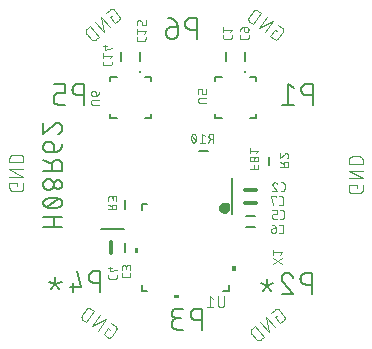
<source format=gbr>
G04 EAGLE Gerber RS-274X export*
G75*
%MOMM*%
%FSLAX34Y34*%
%LPD*%
%INSilkscreen Bottom*%
%IPPOS*%
%AMOC8*
5,1,8,0,0,1.08239X$1,22.5*%
G01*
%ADD10C,0.152400*%
%ADD11C,0.101600*%
%ADD12C,0.076200*%
%ADD13C,0.127000*%
%ADD14C,0.304800*%
%ADD15C,0.203200*%
%ADD16C,0.406400*%
%ADD17C,0.100000*%
%ADD18C,0.100000*%
%ADD19C,0.200000*%

G36*
X-40130Y84369D02*
X-40130Y84369D01*
X-40128Y84368D01*
X-40085Y84388D01*
X-40041Y84406D01*
X-40041Y84408D01*
X-40039Y84409D01*
X-40006Y84494D01*
X-40006Y88304D01*
X-40007Y88306D01*
X-40006Y88308D01*
X-40026Y88351D01*
X-40044Y88395D01*
X-40046Y88395D01*
X-40047Y88397D01*
X-40132Y88430D01*
X-42672Y88430D01*
X-42674Y88429D01*
X-42676Y88430D01*
X-42719Y88410D01*
X-42763Y88392D01*
X-42763Y88390D01*
X-42765Y88389D01*
X-42798Y88304D01*
X-42798Y84494D01*
X-42797Y84492D01*
X-42798Y84490D01*
X-42778Y84447D01*
X-42760Y84403D01*
X-42758Y84403D01*
X-42757Y84401D01*
X-42672Y84368D01*
X-40132Y84368D01*
X-40130Y84369D01*
G37*
G36*
X42674Y69366D02*
X42674Y69366D01*
X42676Y69365D01*
X42719Y69385D01*
X42763Y69403D01*
X42763Y69405D01*
X42765Y69406D01*
X42798Y69491D01*
X42798Y73301D01*
X42797Y73303D01*
X42798Y73305D01*
X42778Y73348D01*
X42760Y73392D01*
X42758Y73392D01*
X42757Y73394D01*
X42672Y73427D01*
X40132Y73427D01*
X40130Y73426D01*
X40128Y73427D01*
X40085Y73407D01*
X40041Y73389D01*
X40041Y73387D01*
X40039Y73386D01*
X40006Y73301D01*
X40006Y69491D01*
X40007Y69489D01*
X40006Y69487D01*
X40026Y69444D01*
X40044Y69400D01*
X40046Y69400D01*
X40047Y69398D01*
X40132Y69365D01*
X42672Y69365D01*
X42674Y69366D01*
G37*
G36*
X-5595Y46103D02*
X-5595Y46103D01*
X-5593Y46102D01*
X-5550Y46122D01*
X-5506Y46140D01*
X-5506Y46142D01*
X-5504Y46143D01*
X-5471Y46228D01*
X-5471Y48768D01*
X-5472Y48770D01*
X-5471Y48772D01*
X-5491Y48815D01*
X-5509Y48859D01*
X-5511Y48859D01*
X-5512Y48861D01*
X-5597Y48894D01*
X-9407Y48894D01*
X-9409Y48893D01*
X-9411Y48894D01*
X-9454Y48874D01*
X-9498Y48856D01*
X-9498Y48854D01*
X-9500Y48853D01*
X-9533Y48768D01*
X-9533Y46228D01*
X-9532Y46226D01*
X-9533Y46224D01*
X-9513Y46181D01*
X-9495Y46137D01*
X-9493Y46137D01*
X-9492Y46135D01*
X-9407Y46102D01*
X-5597Y46102D01*
X-5595Y46103D01*
G37*
D10*
X-120206Y106271D02*
X-103950Y106271D01*
X-111174Y106271D02*
X-111174Y115302D01*
X-103950Y115302D02*
X-120206Y115302D01*
X-112078Y122424D02*
X-111758Y122428D01*
X-111439Y122439D01*
X-111119Y122458D01*
X-110801Y122485D01*
X-110483Y122519D01*
X-110166Y122561D01*
X-109850Y122611D01*
X-109535Y122668D01*
X-109222Y122732D01*
X-108910Y122804D01*
X-108600Y122883D01*
X-108293Y122970D01*
X-107987Y123064D01*
X-107684Y123165D01*
X-107383Y123274D01*
X-107085Y123389D01*
X-106789Y123512D01*
X-106497Y123642D01*
X-106208Y123779D01*
X-106207Y123779D02*
X-106099Y123818D01*
X-105992Y123861D01*
X-105887Y123907D01*
X-105784Y123957D01*
X-105682Y124011D01*
X-105582Y124068D01*
X-105484Y124129D01*
X-105388Y124193D01*
X-105295Y124260D01*
X-105204Y124330D01*
X-105115Y124404D01*
X-105029Y124480D01*
X-104946Y124560D01*
X-104865Y124642D01*
X-104787Y124727D01*
X-104713Y124814D01*
X-104641Y124905D01*
X-104572Y124997D01*
X-104507Y125092D01*
X-104445Y125189D01*
X-104386Y125288D01*
X-104331Y125389D01*
X-104280Y125492D01*
X-104232Y125597D01*
X-104187Y125703D01*
X-104146Y125810D01*
X-104109Y125919D01*
X-104076Y126030D01*
X-104047Y126141D01*
X-104021Y126253D01*
X-103999Y126366D01*
X-103982Y126480D01*
X-103968Y126594D01*
X-103958Y126709D01*
X-103952Y126824D01*
X-103950Y126939D01*
X-103949Y126939D02*
X-103951Y127054D01*
X-103957Y127169D01*
X-103967Y127284D01*
X-103981Y127398D01*
X-103998Y127512D01*
X-104020Y127625D01*
X-104046Y127737D01*
X-104075Y127849D01*
X-104108Y127959D01*
X-104145Y128068D01*
X-104186Y128176D01*
X-104231Y128282D01*
X-104279Y128387D01*
X-104330Y128489D01*
X-104386Y128591D01*
X-104444Y128690D01*
X-104506Y128787D01*
X-104572Y128882D01*
X-104640Y128974D01*
X-104712Y129064D01*
X-104786Y129152D01*
X-104864Y129237D01*
X-104945Y129319D01*
X-105028Y129398D01*
X-105114Y129475D01*
X-105203Y129548D01*
X-105294Y129619D01*
X-105388Y129686D01*
X-105483Y129750D01*
X-105581Y129811D01*
X-105681Y129868D01*
X-105783Y129921D01*
X-105887Y129972D01*
X-105992Y130018D01*
X-106099Y130061D01*
X-106207Y130100D01*
X-106208Y130099D02*
X-106497Y130236D01*
X-106789Y130366D01*
X-107085Y130489D01*
X-107383Y130604D01*
X-107684Y130713D01*
X-107987Y130814D01*
X-108293Y130908D01*
X-108600Y130995D01*
X-108910Y131074D01*
X-109222Y131146D01*
X-109535Y131210D01*
X-109850Y131267D01*
X-110166Y131317D01*
X-110483Y131359D01*
X-110801Y131393D01*
X-111119Y131420D01*
X-111439Y131439D01*
X-111758Y131450D01*
X-112078Y131454D01*
X-112078Y122424D02*
X-112398Y122428D01*
X-112717Y122439D01*
X-113037Y122458D01*
X-113355Y122485D01*
X-113673Y122519D01*
X-113990Y122561D01*
X-114306Y122611D01*
X-114621Y122668D01*
X-114934Y122732D01*
X-115246Y122804D01*
X-115556Y122883D01*
X-115863Y122970D01*
X-116169Y123064D01*
X-116472Y123165D01*
X-116773Y123274D01*
X-117071Y123389D01*
X-117367Y123512D01*
X-117659Y123642D01*
X-117948Y123779D01*
X-117948Y123778D02*
X-118056Y123817D01*
X-118163Y123860D01*
X-118268Y123906D01*
X-118372Y123957D01*
X-118474Y124010D01*
X-118574Y124067D01*
X-118672Y124128D01*
X-118767Y124192D01*
X-118861Y124259D01*
X-118952Y124330D01*
X-119041Y124403D01*
X-119127Y124480D01*
X-119210Y124559D01*
X-119291Y124641D01*
X-119369Y124726D01*
X-119443Y124814D01*
X-119515Y124904D01*
X-119584Y124997D01*
X-119649Y125091D01*
X-119711Y125188D01*
X-119769Y125288D01*
X-119825Y125389D01*
X-119876Y125491D01*
X-119924Y125596D01*
X-119969Y125702D01*
X-120010Y125810D01*
X-120047Y125919D01*
X-120080Y126029D01*
X-120109Y126141D01*
X-120135Y126253D01*
X-120157Y126366D01*
X-120174Y126480D01*
X-120188Y126594D01*
X-120198Y126709D01*
X-120204Y126824D01*
X-120206Y126939D01*
X-117948Y130099D02*
X-117659Y130236D01*
X-117367Y130366D01*
X-117071Y130489D01*
X-116773Y130604D01*
X-116472Y130713D01*
X-116169Y130814D01*
X-115863Y130908D01*
X-115556Y130995D01*
X-115246Y131074D01*
X-114934Y131146D01*
X-114621Y131210D01*
X-114306Y131267D01*
X-113990Y131317D01*
X-113673Y131359D01*
X-113355Y131393D01*
X-113037Y131420D01*
X-112717Y131439D01*
X-112398Y131450D01*
X-112078Y131454D01*
X-117948Y130100D02*
X-118056Y130061D01*
X-118163Y130018D01*
X-118268Y129972D01*
X-118372Y129921D01*
X-118474Y129868D01*
X-118574Y129811D01*
X-118672Y129750D01*
X-118767Y129686D01*
X-118861Y129619D01*
X-118952Y129548D01*
X-119041Y129475D01*
X-119127Y129398D01*
X-119210Y129319D01*
X-119291Y129237D01*
X-119369Y129152D01*
X-119443Y129064D01*
X-119515Y128974D01*
X-119584Y128881D01*
X-119649Y128787D01*
X-119711Y128690D01*
X-119769Y128590D01*
X-119825Y128489D01*
X-119876Y128386D01*
X-119924Y128282D01*
X-119969Y128176D01*
X-120010Y128068D01*
X-120047Y127959D01*
X-120080Y127849D01*
X-120109Y127737D01*
X-120135Y127625D01*
X-120157Y127512D01*
X-120174Y127398D01*
X-120188Y127284D01*
X-120198Y127169D01*
X-120204Y127054D01*
X-120206Y126939D01*
X-116593Y123327D02*
X-107562Y130551D01*
X-115690Y138054D02*
X-115557Y138056D01*
X-115425Y138062D01*
X-115293Y138072D01*
X-115161Y138085D01*
X-115029Y138103D01*
X-114899Y138124D01*
X-114768Y138149D01*
X-114639Y138178D01*
X-114511Y138211D01*
X-114383Y138247D01*
X-114257Y138287D01*
X-114132Y138331D01*
X-114008Y138379D01*
X-113886Y138430D01*
X-113765Y138485D01*
X-113646Y138543D01*
X-113528Y138605D01*
X-113413Y138670D01*
X-113299Y138739D01*
X-113188Y138810D01*
X-113079Y138886D01*
X-112972Y138964D01*
X-112867Y139045D01*
X-112765Y139130D01*
X-112665Y139217D01*
X-112568Y139307D01*
X-112473Y139400D01*
X-112382Y139496D01*
X-112293Y139594D01*
X-112207Y139695D01*
X-112124Y139799D01*
X-112044Y139905D01*
X-111968Y140013D01*
X-111894Y140123D01*
X-111824Y140236D01*
X-111757Y140350D01*
X-111694Y140467D01*
X-111634Y140585D01*
X-111577Y140705D01*
X-111524Y140827D01*
X-111475Y140950D01*
X-111429Y141074D01*
X-111387Y141200D01*
X-111349Y141327D01*
X-111314Y141455D01*
X-111283Y141584D01*
X-111256Y141713D01*
X-111233Y141844D01*
X-111213Y141975D01*
X-111198Y142107D01*
X-111186Y142239D01*
X-111178Y142371D01*
X-111174Y142504D01*
X-111174Y142636D01*
X-111178Y142769D01*
X-111186Y142901D01*
X-111198Y143033D01*
X-111213Y143165D01*
X-111233Y143296D01*
X-111256Y143427D01*
X-111283Y143556D01*
X-111314Y143685D01*
X-111349Y143813D01*
X-111387Y143940D01*
X-111429Y144066D01*
X-111475Y144190D01*
X-111524Y144313D01*
X-111577Y144435D01*
X-111634Y144555D01*
X-111694Y144673D01*
X-111757Y144790D01*
X-111824Y144904D01*
X-111894Y145017D01*
X-111968Y145127D01*
X-112044Y145235D01*
X-112124Y145341D01*
X-112207Y145445D01*
X-112293Y145546D01*
X-112382Y145644D01*
X-112473Y145740D01*
X-112568Y145833D01*
X-112665Y145923D01*
X-112765Y146010D01*
X-112867Y146095D01*
X-112972Y146176D01*
X-113079Y146254D01*
X-113188Y146330D01*
X-113299Y146401D01*
X-113413Y146470D01*
X-113528Y146535D01*
X-113646Y146597D01*
X-113765Y146655D01*
X-113886Y146710D01*
X-114008Y146761D01*
X-114132Y146809D01*
X-114257Y146853D01*
X-114383Y146893D01*
X-114511Y146929D01*
X-114639Y146962D01*
X-114768Y146991D01*
X-114899Y147016D01*
X-115029Y147037D01*
X-115161Y147055D01*
X-115293Y147068D01*
X-115425Y147078D01*
X-115557Y147084D01*
X-115690Y147086D01*
X-115823Y147084D01*
X-115955Y147078D01*
X-116087Y147068D01*
X-116219Y147055D01*
X-116351Y147037D01*
X-116481Y147016D01*
X-116612Y146991D01*
X-116741Y146962D01*
X-116869Y146929D01*
X-116997Y146893D01*
X-117123Y146853D01*
X-117248Y146809D01*
X-117372Y146761D01*
X-117494Y146710D01*
X-117615Y146655D01*
X-117734Y146597D01*
X-117852Y146535D01*
X-117967Y146470D01*
X-118081Y146401D01*
X-118192Y146330D01*
X-118301Y146254D01*
X-118408Y146176D01*
X-118513Y146095D01*
X-118615Y146010D01*
X-118715Y145923D01*
X-118812Y145833D01*
X-118907Y145740D01*
X-118998Y145644D01*
X-119087Y145546D01*
X-119173Y145445D01*
X-119256Y145341D01*
X-119336Y145235D01*
X-119412Y145127D01*
X-119486Y145017D01*
X-119556Y144904D01*
X-119623Y144790D01*
X-119686Y144673D01*
X-119746Y144555D01*
X-119803Y144435D01*
X-119856Y144313D01*
X-119905Y144190D01*
X-119951Y144066D01*
X-119993Y143940D01*
X-120031Y143813D01*
X-120066Y143685D01*
X-120097Y143556D01*
X-120124Y143427D01*
X-120147Y143296D01*
X-120167Y143165D01*
X-120182Y143033D01*
X-120194Y142901D01*
X-120202Y142769D01*
X-120206Y142636D01*
X-120206Y142504D01*
X-120202Y142371D01*
X-120194Y142239D01*
X-120182Y142107D01*
X-120167Y141975D01*
X-120147Y141844D01*
X-120124Y141713D01*
X-120097Y141584D01*
X-120066Y141455D01*
X-120031Y141327D01*
X-119993Y141200D01*
X-119951Y141074D01*
X-119905Y140950D01*
X-119856Y140827D01*
X-119803Y140705D01*
X-119746Y140585D01*
X-119686Y140467D01*
X-119623Y140350D01*
X-119556Y140236D01*
X-119486Y140123D01*
X-119412Y140013D01*
X-119336Y139905D01*
X-119256Y139799D01*
X-119173Y139695D01*
X-119087Y139594D01*
X-118998Y139496D01*
X-118907Y139400D01*
X-118812Y139307D01*
X-118715Y139217D01*
X-118615Y139130D01*
X-118513Y139045D01*
X-118408Y138964D01*
X-118301Y138886D01*
X-118192Y138810D01*
X-118081Y138739D01*
X-117967Y138670D01*
X-117852Y138605D01*
X-117734Y138543D01*
X-117615Y138485D01*
X-117494Y138430D01*
X-117372Y138379D01*
X-117248Y138331D01*
X-117123Y138287D01*
X-116997Y138247D01*
X-116869Y138211D01*
X-116741Y138178D01*
X-116612Y138149D01*
X-116481Y138124D01*
X-116351Y138103D01*
X-116219Y138085D01*
X-116087Y138072D01*
X-115955Y138062D01*
X-115823Y138056D01*
X-115690Y138054D01*
X-107562Y138958D02*
X-107443Y138960D01*
X-107323Y138966D01*
X-107204Y138976D01*
X-107086Y138990D01*
X-106967Y139007D01*
X-106850Y139029D01*
X-106733Y139054D01*
X-106618Y139084D01*
X-106503Y139117D01*
X-106389Y139154D01*
X-106277Y139194D01*
X-106166Y139239D01*
X-106057Y139287D01*
X-105949Y139338D01*
X-105843Y139393D01*
X-105739Y139452D01*
X-105637Y139514D01*
X-105537Y139579D01*
X-105439Y139648D01*
X-105343Y139720D01*
X-105250Y139795D01*
X-105160Y139872D01*
X-105072Y139953D01*
X-104987Y140037D01*
X-104905Y140124D01*
X-104825Y140213D01*
X-104749Y140305D01*
X-104675Y140399D01*
X-104605Y140496D01*
X-104538Y140594D01*
X-104474Y140695D01*
X-104414Y140799D01*
X-104357Y140904D01*
X-104304Y141011D01*
X-104254Y141119D01*
X-104208Y141229D01*
X-104166Y141341D01*
X-104127Y141454D01*
X-104092Y141568D01*
X-104061Y141683D01*
X-104033Y141800D01*
X-104010Y141917D01*
X-103990Y142034D01*
X-103974Y142153D01*
X-103962Y142272D01*
X-103954Y142391D01*
X-103950Y142510D01*
X-103950Y142630D01*
X-103954Y142749D01*
X-103962Y142868D01*
X-103974Y142987D01*
X-103990Y143106D01*
X-104010Y143223D01*
X-104033Y143340D01*
X-104061Y143457D01*
X-104092Y143572D01*
X-104127Y143686D01*
X-104166Y143799D01*
X-104208Y143911D01*
X-104254Y144021D01*
X-104304Y144129D01*
X-104357Y144236D01*
X-104414Y144341D01*
X-104474Y144445D01*
X-104538Y144546D01*
X-104605Y144644D01*
X-104675Y144741D01*
X-104749Y144835D01*
X-104825Y144927D01*
X-104905Y145016D01*
X-104987Y145103D01*
X-105072Y145187D01*
X-105160Y145268D01*
X-105250Y145345D01*
X-105343Y145420D01*
X-105439Y145492D01*
X-105537Y145561D01*
X-105637Y145626D01*
X-105739Y145688D01*
X-105843Y145747D01*
X-105949Y145802D01*
X-106057Y145853D01*
X-106166Y145901D01*
X-106277Y145946D01*
X-106389Y145986D01*
X-106503Y146023D01*
X-106618Y146056D01*
X-106733Y146086D01*
X-106850Y146111D01*
X-106967Y146133D01*
X-107086Y146150D01*
X-107204Y146164D01*
X-107323Y146174D01*
X-107443Y146180D01*
X-107562Y146182D01*
X-107681Y146180D01*
X-107801Y146174D01*
X-107920Y146164D01*
X-108038Y146150D01*
X-108157Y146133D01*
X-108274Y146111D01*
X-108391Y146086D01*
X-108506Y146056D01*
X-108621Y146023D01*
X-108735Y145986D01*
X-108847Y145946D01*
X-108958Y145901D01*
X-109067Y145853D01*
X-109175Y145802D01*
X-109281Y145747D01*
X-109385Y145688D01*
X-109487Y145626D01*
X-109587Y145561D01*
X-109685Y145492D01*
X-109781Y145420D01*
X-109874Y145345D01*
X-109964Y145268D01*
X-110052Y145187D01*
X-110137Y145103D01*
X-110219Y145016D01*
X-110299Y144927D01*
X-110375Y144835D01*
X-110449Y144741D01*
X-110519Y144644D01*
X-110586Y144546D01*
X-110650Y144445D01*
X-110710Y144341D01*
X-110767Y144236D01*
X-110820Y144129D01*
X-110870Y144021D01*
X-110916Y143911D01*
X-110958Y143799D01*
X-110997Y143686D01*
X-111032Y143572D01*
X-111063Y143457D01*
X-111091Y143340D01*
X-111114Y143223D01*
X-111134Y143106D01*
X-111150Y142987D01*
X-111162Y142868D01*
X-111170Y142749D01*
X-111174Y142630D01*
X-111174Y142510D01*
X-111170Y142391D01*
X-111162Y142272D01*
X-111150Y142153D01*
X-111134Y142034D01*
X-111114Y141917D01*
X-111091Y141800D01*
X-111063Y141683D01*
X-111032Y141568D01*
X-110997Y141454D01*
X-110958Y141341D01*
X-110916Y141229D01*
X-110870Y141119D01*
X-110820Y141011D01*
X-110767Y140904D01*
X-110710Y140799D01*
X-110650Y140695D01*
X-110586Y140594D01*
X-110519Y140496D01*
X-110449Y140399D01*
X-110375Y140305D01*
X-110299Y140213D01*
X-110219Y140124D01*
X-110137Y140037D01*
X-110052Y139953D01*
X-109964Y139872D01*
X-109874Y139795D01*
X-109781Y139720D01*
X-109685Y139648D01*
X-109587Y139579D01*
X-109487Y139514D01*
X-109385Y139452D01*
X-109281Y139393D01*
X-109175Y139338D01*
X-109067Y139287D01*
X-108958Y139239D01*
X-108847Y139194D01*
X-108735Y139154D01*
X-108621Y139117D01*
X-108506Y139084D01*
X-108391Y139054D01*
X-108274Y139029D01*
X-108157Y139007D01*
X-108038Y138990D01*
X-107920Y138976D01*
X-107801Y138966D01*
X-107681Y138960D01*
X-107562Y138958D01*
X-103950Y154299D02*
X-120206Y154299D01*
X-103950Y154299D02*
X-103950Y158814D01*
X-103949Y158814D02*
X-103951Y158947D01*
X-103957Y159079D01*
X-103967Y159211D01*
X-103980Y159343D01*
X-103998Y159475D01*
X-104019Y159605D01*
X-104044Y159736D01*
X-104073Y159865D01*
X-104106Y159993D01*
X-104142Y160121D01*
X-104182Y160247D01*
X-104226Y160372D01*
X-104274Y160496D01*
X-104325Y160618D01*
X-104380Y160739D01*
X-104438Y160858D01*
X-104500Y160976D01*
X-104565Y161091D01*
X-104634Y161205D01*
X-104705Y161316D01*
X-104781Y161425D01*
X-104859Y161532D01*
X-104940Y161637D01*
X-105025Y161739D01*
X-105112Y161839D01*
X-105202Y161936D01*
X-105295Y162031D01*
X-105391Y162122D01*
X-105489Y162211D01*
X-105590Y162297D01*
X-105694Y162380D01*
X-105800Y162460D01*
X-105908Y162536D01*
X-106018Y162610D01*
X-106131Y162680D01*
X-106245Y162747D01*
X-106362Y162810D01*
X-106480Y162870D01*
X-106600Y162927D01*
X-106722Y162980D01*
X-106845Y163029D01*
X-106969Y163075D01*
X-107095Y163117D01*
X-107222Y163155D01*
X-107350Y163190D01*
X-107479Y163221D01*
X-107608Y163248D01*
X-107739Y163271D01*
X-107870Y163291D01*
X-108002Y163306D01*
X-108134Y163318D01*
X-108266Y163326D01*
X-108399Y163330D01*
X-108531Y163330D01*
X-108664Y163326D01*
X-108796Y163318D01*
X-108928Y163306D01*
X-109060Y163291D01*
X-109191Y163271D01*
X-109322Y163248D01*
X-109451Y163221D01*
X-109580Y163190D01*
X-109708Y163155D01*
X-109835Y163117D01*
X-109961Y163075D01*
X-110085Y163029D01*
X-110208Y162980D01*
X-110330Y162927D01*
X-110450Y162870D01*
X-110568Y162810D01*
X-110685Y162747D01*
X-110799Y162680D01*
X-110912Y162610D01*
X-111022Y162536D01*
X-111130Y162460D01*
X-111236Y162380D01*
X-111340Y162297D01*
X-111441Y162211D01*
X-111539Y162122D01*
X-111635Y162031D01*
X-111728Y161936D01*
X-111818Y161839D01*
X-111905Y161739D01*
X-111990Y161637D01*
X-112071Y161532D01*
X-112149Y161425D01*
X-112225Y161316D01*
X-112296Y161205D01*
X-112365Y161091D01*
X-112430Y160976D01*
X-112492Y160858D01*
X-112550Y160739D01*
X-112605Y160618D01*
X-112656Y160496D01*
X-112704Y160372D01*
X-112748Y160247D01*
X-112788Y160121D01*
X-112824Y159993D01*
X-112857Y159865D01*
X-112886Y159736D01*
X-112911Y159605D01*
X-112932Y159475D01*
X-112950Y159343D01*
X-112963Y159211D01*
X-112973Y159079D01*
X-112979Y158947D01*
X-112981Y158814D01*
X-112981Y154299D01*
X-112981Y159717D02*
X-120206Y163330D01*
X-111174Y169838D02*
X-111174Y175257D01*
X-111175Y175257D02*
X-111177Y175375D01*
X-111183Y175493D01*
X-111192Y175611D01*
X-111206Y175728D01*
X-111223Y175845D01*
X-111244Y175962D01*
X-111269Y176077D01*
X-111298Y176192D01*
X-111331Y176306D01*
X-111367Y176418D01*
X-111407Y176529D01*
X-111450Y176639D01*
X-111497Y176748D01*
X-111547Y176855D01*
X-111602Y176960D01*
X-111659Y177063D01*
X-111720Y177164D01*
X-111784Y177264D01*
X-111851Y177361D01*
X-111921Y177456D01*
X-111995Y177548D01*
X-112071Y177639D01*
X-112151Y177726D01*
X-112233Y177811D01*
X-112318Y177893D01*
X-112405Y177973D01*
X-112496Y178049D01*
X-112588Y178123D01*
X-112683Y178193D01*
X-112780Y178260D01*
X-112880Y178324D01*
X-112981Y178385D01*
X-113084Y178442D01*
X-113189Y178497D01*
X-113296Y178547D01*
X-113405Y178594D01*
X-113515Y178637D01*
X-113626Y178677D01*
X-113738Y178713D01*
X-113852Y178746D01*
X-113967Y178775D01*
X-114082Y178800D01*
X-114199Y178821D01*
X-114316Y178838D01*
X-114433Y178852D01*
X-114551Y178861D01*
X-114669Y178867D01*
X-114787Y178869D01*
X-115690Y178869D01*
X-115690Y178870D02*
X-115823Y178868D01*
X-115955Y178862D01*
X-116087Y178852D01*
X-116219Y178839D01*
X-116351Y178821D01*
X-116481Y178800D01*
X-116612Y178775D01*
X-116741Y178746D01*
X-116869Y178713D01*
X-116997Y178677D01*
X-117123Y178637D01*
X-117248Y178593D01*
X-117372Y178545D01*
X-117494Y178494D01*
X-117615Y178439D01*
X-117734Y178381D01*
X-117852Y178319D01*
X-117967Y178254D01*
X-118081Y178185D01*
X-118192Y178114D01*
X-118301Y178038D01*
X-118408Y177960D01*
X-118513Y177879D01*
X-118615Y177794D01*
X-118715Y177707D01*
X-118812Y177617D01*
X-118907Y177524D01*
X-118998Y177428D01*
X-119087Y177330D01*
X-119173Y177229D01*
X-119256Y177125D01*
X-119336Y177019D01*
X-119412Y176911D01*
X-119486Y176801D01*
X-119556Y176688D01*
X-119623Y176574D01*
X-119686Y176457D01*
X-119746Y176339D01*
X-119803Y176219D01*
X-119856Y176097D01*
X-119905Y175974D01*
X-119951Y175850D01*
X-119993Y175724D01*
X-120031Y175597D01*
X-120066Y175469D01*
X-120097Y175340D01*
X-120124Y175211D01*
X-120147Y175080D01*
X-120167Y174949D01*
X-120182Y174817D01*
X-120194Y174685D01*
X-120202Y174553D01*
X-120206Y174420D01*
X-120206Y174288D01*
X-120202Y174155D01*
X-120194Y174023D01*
X-120182Y173891D01*
X-120167Y173759D01*
X-120147Y173628D01*
X-120124Y173497D01*
X-120097Y173368D01*
X-120066Y173239D01*
X-120031Y173111D01*
X-119993Y172984D01*
X-119951Y172858D01*
X-119905Y172734D01*
X-119856Y172611D01*
X-119803Y172489D01*
X-119746Y172369D01*
X-119686Y172251D01*
X-119623Y172134D01*
X-119556Y172020D01*
X-119486Y171907D01*
X-119412Y171797D01*
X-119336Y171689D01*
X-119256Y171583D01*
X-119173Y171479D01*
X-119087Y171378D01*
X-118998Y171280D01*
X-118907Y171184D01*
X-118812Y171091D01*
X-118715Y171001D01*
X-118615Y170914D01*
X-118513Y170829D01*
X-118408Y170748D01*
X-118301Y170670D01*
X-118192Y170594D01*
X-118081Y170523D01*
X-117967Y170454D01*
X-117852Y170389D01*
X-117734Y170327D01*
X-117615Y170269D01*
X-117494Y170214D01*
X-117372Y170163D01*
X-117248Y170115D01*
X-117123Y170071D01*
X-116997Y170031D01*
X-116869Y169995D01*
X-116741Y169962D01*
X-116612Y169933D01*
X-116481Y169908D01*
X-116351Y169887D01*
X-116219Y169869D01*
X-116087Y169856D01*
X-115955Y169846D01*
X-115823Y169840D01*
X-115690Y169838D01*
X-111174Y169838D01*
X-110997Y169840D01*
X-110819Y169847D01*
X-110642Y169858D01*
X-110466Y169873D01*
X-110290Y169892D01*
X-110114Y169916D01*
X-109939Y169944D01*
X-109764Y169977D01*
X-109591Y170014D01*
X-109418Y170055D01*
X-109247Y170100D01*
X-109077Y170149D01*
X-108908Y170203D01*
X-108740Y170260D01*
X-108574Y170322D01*
X-108409Y170388D01*
X-108246Y170458D01*
X-108085Y170532D01*
X-107926Y170609D01*
X-107768Y170691D01*
X-107613Y170777D01*
X-107460Y170866D01*
X-107309Y170959D01*
X-107160Y171056D01*
X-107014Y171156D01*
X-106870Y171260D01*
X-106729Y171367D01*
X-106591Y171478D01*
X-106455Y171592D01*
X-106322Y171710D01*
X-106192Y171830D01*
X-106065Y171954D01*
X-105941Y172081D01*
X-105821Y172211D01*
X-105703Y172344D01*
X-105589Y172479D01*
X-105478Y172618D01*
X-105371Y172759D01*
X-105267Y172903D01*
X-105167Y173049D01*
X-105070Y173198D01*
X-104977Y173349D01*
X-104888Y173502D01*
X-104802Y173657D01*
X-104720Y173815D01*
X-104643Y173974D01*
X-104569Y174135D01*
X-104499Y174298D01*
X-104433Y174463D01*
X-104371Y174629D01*
X-104314Y174797D01*
X-104260Y174966D01*
X-104211Y175136D01*
X-104166Y175307D01*
X-104125Y175480D01*
X-104088Y175653D01*
X-104055Y175828D01*
X-104027Y176003D01*
X-104003Y176179D01*
X-103984Y176355D01*
X-103969Y176531D01*
X-103958Y176708D01*
X-103951Y176886D01*
X-103949Y177063D01*
X-103950Y190437D02*
X-103952Y190562D01*
X-103958Y190687D01*
X-103967Y190812D01*
X-103981Y190936D01*
X-103998Y191060D01*
X-104019Y191184D01*
X-104044Y191306D01*
X-104073Y191428D01*
X-104105Y191549D01*
X-104141Y191669D01*
X-104181Y191788D01*
X-104224Y191905D01*
X-104271Y192021D01*
X-104322Y192136D01*
X-104376Y192248D01*
X-104434Y192360D01*
X-104494Y192469D01*
X-104559Y192576D01*
X-104626Y192682D01*
X-104697Y192785D01*
X-104771Y192886D01*
X-104848Y192985D01*
X-104928Y193081D01*
X-105011Y193175D01*
X-105096Y193266D01*
X-105185Y193355D01*
X-105276Y193440D01*
X-105370Y193523D01*
X-105466Y193603D01*
X-105565Y193680D01*
X-105666Y193754D01*
X-105769Y193825D01*
X-105875Y193892D01*
X-105982Y193957D01*
X-106091Y194017D01*
X-106203Y194075D01*
X-106315Y194129D01*
X-106430Y194180D01*
X-106546Y194227D01*
X-106663Y194270D01*
X-106782Y194310D01*
X-106902Y194346D01*
X-107023Y194378D01*
X-107145Y194407D01*
X-107267Y194432D01*
X-107391Y194453D01*
X-107515Y194470D01*
X-107639Y194484D01*
X-107764Y194493D01*
X-107889Y194499D01*
X-108014Y194501D01*
X-103950Y190437D02*
X-103952Y190294D01*
X-103958Y190152D01*
X-103968Y190009D01*
X-103981Y189867D01*
X-103999Y189726D01*
X-104020Y189584D01*
X-104045Y189444D01*
X-104074Y189304D01*
X-104107Y189165D01*
X-104144Y189027D01*
X-104184Y188890D01*
X-104228Y188755D01*
X-104276Y188620D01*
X-104328Y188487D01*
X-104383Y188355D01*
X-104442Y188225D01*
X-104504Y188097D01*
X-104570Y187970D01*
X-104639Y187845D01*
X-104711Y187722D01*
X-104787Y187601D01*
X-104866Y187483D01*
X-104949Y187366D01*
X-105034Y187252D01*
X-105123Y187140D01*
X-105214Y187031D01*
X-105309Y186924D01*
X-105406Y186819D01*
X-105507Y186718D01*
X-105610Y186619D01*
X-105715Y186523D01*
X-105824Y186430D01*
X-105935Y186340D01*
X-106048Y186253D01*
X-106163Y186169D01*
X-106281Y186089D01*
X-106401Y186011D01*
X-106523Y185937D01*
X-106647Y185867D01*
X-106773Y185799D01*
X-106901Y185736D01*
X-107030Y185675D01*
X-107161Y185618D01*
X-107293Y185565D01*
X-107427Y185516D01*
X-107562Y185470D01*
X-111175Y193145D02*
X-111083Y193239D01*
X-110989Y193329D01*
X-110892Y193417D01*
X-110792Y193502D01*
X-110690Y193584D01*
X-110585Y193662D01*
X-110478Y193738D01*
X-110369Y193810D01*
X-110258Y193879D01*
X-110144Y193945D01*
X-110029Y194007D01*
X-109912Y194066D01*
X-109793Y194121D01*
X-109673Y194172D01*
X-109551Y194220D01*
X-109428Y194265D01*
X-109304Y194305D01*
X-109178Y194342D01*
X-109051Y194375D01*
X-108924Y194404D01*
X-108795Y194430D01*
X-108666Y194451D01*
X-108536Y194469D01*
X-108406Y194482D01*
X-108276Y194492D01*
X-108145Y194498D01*
X-108014Y194500D01*
X-111174Y193146D02*
X-120206Y185469D01*
X-120206Y194501D01*
D11*
X-65324Y20800D02*
X-63729Y19683D01*
X-65324Y20800D02*
X-69047Y15483D01*
X-65857Y13249D01*
X-65774Y13194D01*
X-65690Y13142D01*
X-65603Y13093D01*
X-65515Y13047D01*
X-65425Y13005D01*
X-65333Y12966D01*
X-65240Y12931D01*
X-65146Y12899D01*
X-65051Y12871D01*
X-64954Y12847D01*
X-64857Y12826D01*
X-64759Y12810D01*
X-64660Y12797D01*
X-64561Y12787D01*
X-64462Y12782D01*
X-64362Y12780D01*
X-64263Y12782D01*
X-64164Y12788D01*
X-64065Y12798D01*
X-63966Y12811D01*
X-63868Y12829D01*
X-63771Y12850D01*
X-63675Y12874D01*
X-63579Y12903D01*
X-63485Y12935D01*
X-63392Y12970D01*
X-63301Y13009D01*
X-63211Y13052D01*
X-63123Y13098D01*
X-63037Y13147D01*
X-62952Y13200D01*
X-62870Y13256D01*
X-62790Y13315D01*
X-62712Y13377D01*
X-62637Y13442D01*
X-62564Y13509D01*
X-62494Y13580D01*
X-62426Y13653D01*
X-62362Y13729D01*
X-62300Y13807D01*
X-62241Y13887D01*
X-58518Y19204D01*
X-58463Y19287D01*
X-58411Y19371D01*
X-58362Y19458D01*
X-58316Y19546D01*
X-58274Y19636D01*
X-58235Y19728D01*
X-58200Y19821D01*
X-58168Y19915D01*
X-58140Y20010D01*
X-58116Y20107D01*
X-58095Y20204D01*
X-58079Y20302D01*
X-58066Y20401D01*
X-58056Y20500D01*
X-58051Y20599D01*
X-58049Y20699D01*
X-58051Y20798D01*
X-58057Y20897D01*
X-58067Y20996D01*
X-58080Y21095D01*
X-58098Y21193D01*
X-58119Y21290D01*
X-58143Y21386D01*
X-58172Y21482D01*
X-58204Y21576D01*
X-58239Y21669D01*
X-58278Y21760D01*
X-58321Y21850D01*
X-58367Y21938D01*
X-58416Y22024D01*
X-58469Y22109D01*
X-58525Y22191D01*
X-58584Y22271D01*
X-58646Y22349D01*
X-58711Y22424D01*
X-58778Y22497D01*
X-58849Y22567D01*
X-58922Y22635D01*
X-58998Y22699D01*
X-59076Y22761D01*
X-59156Y22820D01*
X-59155Y22820D02*
X-62346Y25054D01*
X-67016Y28324D02*
X-73717Y18753D01*
X-79035Y22476D02*
X-67016Y28324D01*
X-72333Y32047D02*
X-79035Y22476D01*
X-83704Y25746D02*
X-77003Y35317D01*
X-79661Y37178D01*
X-79661Y37179D02*
X-79755Y37242D01*
X-79851Y37302D01*
X-79949Y37359D01*
X-80049Y37412D01*
X-80151Y37462D01*
X-80255Y37508D01*
X-80360Y37550D01*
X-80466Y37589D01*
X-80574Y37624D01*
X-80683Y37655D01*
X-80793Y37683D01*
X-80904Y37706D01*
X-81015Y37726D01*
X-81127Y37742D01*
X-81240Y37754D01*
X-81353Y37762D01*
X-81466Y37766D01*
X-81580Y37766D01*
X-81693Y37762D01*
X-81806Y37754D01*
X-81919Y37742D01*
X-82031Y37726D01*
X-82142Y37706D01*
X-82253Y37683D01*
X-82363Y37655D01*
X-82472Y37624D01*
X-82580Y37589D01*
X-82686Y37550D01*
X-82791Y37508D01*
X-82895Y37462D01*
X-82997Y37412D01*
X-83097Y37359D01*
X-83195Y37302D01*
X-83291Y37242D01*
X-83385Y37179D01*
X-83476Y37112D01*
X-83566Y37043D01*
X-83653Y36970D01*
X-83737Y36894D01*
X-83818Y36815D01*
X-83897Y36734D01*
X-83973Y36650D01*
X-84046Y36563D01*
X-84115Y36474D01*
X-84182Y36382D01*
X-84182Y36381D02*
X-87160Y32128D01*
X-87161Y32128D02*
X-87224Y32034D01*
X-87284Y31938D01*
X-87341Y31840D01*
X-87394Y31740D01*
X-87444Y31638D01*
X-87490Y31534D01*
X-87532Y31429D01*
X-87571Y31323D01*
X-87606Y31215D01*
X-87637Y31106D01*
X-87665Y30996D01*
X-87688Y30885D01*
X-87708Y30774D01*
X-87724Y30662D01*
X-87736Y30549D01*
X-87744Y30436D01*
X-87748Y30323D01*
X-87748Y30209D01*
X-87744Y30096D01*
X-87736Y29983D01*
X-87724Y29870D01*
X-87708Y29758D01*
X-87688Y29647D01*
X-87665Y29536D01*
X-87637Y29426D01*
X-87606Y29317D01*
X-87571Y29209D01*
X-87532Y29103D01*
X-87490Y28998D01*
X-87444Y28894D01*
X-87394Y28792D01*
X-87341Y28692D01*
X-87284Y28594D01*
X-87224Y28498D01*
X-87161Y28404D01*
X-87094Y28312D01*
X-87025Y28223D01*
X-86952Y28136D01*
X-86876Y28052D01*
X-86797Y27971D01*
X-86716Y27892D01*
X-86632Y27816D01*
X-86545Y27743D01*
X-86455Y27674D01*
X-86364Y27607D01*
X-86363Y27607D02*
X-83704Y25746D01*
X76286Y30060D02*
X77778Y31312D01*
X76286Y30060D02*
X80459Y25088D01*
X83442Y27591D01*
X83517Y27657D01*
X83589Y27725D01*
X83659Y27796D01*
X83726Y27869D01*
X83790Y27945D01*
X83851Y28024D01*
X83909Y28105D01*
X83964Y28188D01*
X84016Y28272D01*
X84064Y28359D01*
X84109Y28448D01*
X84151Y28538D01*
X84189Y28630D01*
X84224Y28723D01*
X84255Y28818D01*
X84282Y28913D01*
X84306Y29010D01*
X84326Y29107D01*
X84342Y29206D01*
X84354Y29304D01*
X84363Y29403D01*
X84368Y29503D01*
X84369Y29602D01*
X84366Y29702D01*
X84360Y29801D01*
X84349Y29900D01*
X84335Y29998D01*
X84317Y30096D01*
X84296Y30193D01*
X84270Y30289D01*
X84241Y30384D01*
X84209Y30478D01*
X84172Y30571D01*
X84133Y30662D01*
X84090Y30752D01*
X84043Y30840D01*
X83993Y30926D01*
X83940Y31010D01*
X83884Y31092D01*
X83824Y31171D01*
X83762Y31249D01*
X79590Y36222D01*
X79525Y36297D01*
X79457Y36370D01*
X79386Y36439D01*
X79312Y36506D01*
X79236Y36571D01*
X79158Y36632D01*
X79077Y36690D01*
X78994Y36745D01*
X78909Y36797D01*
X78822Y36845D01*
X78733Y36890D01*
X78643Y36932D01*
X78551Y36970D01*
X78458Y37005D01*
X78363Y37036D01*
X78268Y37063D01*
X78171Y37087D01*
X78074Y37107D01*
X77976Y37123D01*
X77877Y37135D01*
X77778Y37144D01*
X77678Y37149D01*
X77579Y37150D01*
X77479Y37147D01*
X77380Y37141D01*
X77281Y37130D01*
X77183Y37116D01*
X77085Y37098D01*
X76988Y37077D01*
X76892Y37051D01*
X76796Y37022D01*
X76702Y36990D01*
X76610Y36953D01*
X76519Y36914D01*
X76429Y36870D01*
X76341Y36824D01*
X76255Y36774D01*
X76171Y36721D01*
X76089Y36664D01*
X76009Y36605D01*
X75932Y36542D01*
X72948Y34038D01*
X68581Y30374D02*
X76092Y21423D01*
X71119Y17251D02*
X68581Y30374D01*
X63609Y26201D02*
X71119Y17251D01*
X66752Y13587D02*
X59242Y22537D01*
X56755Y20451D01*
X56756Y20452D02*
X56670Y20377D01*
X56587Y20300D01*
X56507Y20220D01*
X56430Y20137D01*
X56355Y20052D01*
X56284Y19963D01*
X56216Y19873D01*
X56151Y19780D01*
X56089Y19685D01*
X56031Y19588D01*
X55976Y19489D01*
X55925Y19388D01*
X55877Y19285D01*
X55832Y19181D01*
X55792Y19075D01*
X55755Y18968D01*
X55722Y18860D01*
X55692Y18750D01*
X55667Y18640D01*
X55645Y18529D01*
X55628Y18417D01*
X55614Y18304D01*
X55604Y18191D01*
X55598Y18078D01*
X55596Y17965D01*
X55598Y17852D01*
X55604Y17739D01*
X55614Y17626D01*
X55628Y17513D01*
X55645Y17401D01*
X55667Y17290D01*
X55692Y17180D01*
X55722Y17070D01*
X55755Y16962D01*
X55792Y16855D01*
X55832Y16749D01*
X55877Y16645D01*
X55925Y16542D01*
X55976Y16441D01*
X56031Y16342D01*
X56089Y16245D01*
X56151Y16150D01*
X56216Y16057D01*
X56284Y15967D01*
X56355Y15879D01*
X56355Y15878D02*
X59693Y11900D01*
X59768Y11814D01*
X59845Y11731D01*
X59925Y11651D01*
X60008Y11574D01*
X60094Y11499D01*
X60182Y11428D01*
X60272Y11360D01*
X60365Y11295D01*
X60460Y11233D01*
X60557Y11175D01*
X60656Y11120D01*
X60757Y11069D01*
X60860Y11021D01*
X60964Y10976D01*
X61070Y10936D01*
X61177Y10899D01*
X61285Y10866D01*
X61395Y10836D01*
X61505Y10811D01*
X61616Y10789D01*
X61728Y10772D01*
X61841Y10758D01*
X61954Y10748D01*
X62067Y10742D01*
X62180Y10740D01*
X62293Y10742D01*
X62406Y10748D01*
X62519Y10758D01*
X62632Y10772D01*
X62744Y10789D01*
X62855Y10811D01*
X62965Y10836D01*
X63075Y10866D01*
X63183Y10899D01*
X63290Y10936D01*
X63396Y10976D01*
X63500Y11021D01*
X63603Y11069D01*
X63704Y11120D01*
X63803Y11175D01*
X63900Y11233D01*
X63995Y11295D01*
X64088Y11360D01*
X64178Y11428D01*
X64267Y11499D01*
X64266Y11500D02*
X66752Y13587D01*
X77559Y272096D02*
X75963Y273213D01*
X72240Y267896D01*
X75431Y265662D01*
X75514Y265607D01*
X75598Y265555D01*
X75685Y265506D01*
X75773Y265460D01*
X75863Y265418D01*
X75955Y265379D01*
X76048Y265344D01*
X76142Y265312D01*
X76237Y265284D01*
X76334Y265260D01*
X76431Y265239D01*
X76529Y265223D01*
X76628Y265209D01*
X76727Y265200D01*
X76826Y265195D01*
X76926Y265193D01*
X77025Y265195D01*
X77124Y265201D01*
X77223Y265211D01*
X77322Y265224D01*
X77420Y265242D01*
X77517Y265263D01*
X77613Y265287D01*
X77709Y265316D01*
X77803Y265348D01*
X77896Y265383D01*
X77987Y265422D01*
X78077Y265465D01*
X78165Y265511D01*
X78251Y265560D01*
X78336Y265613D01*
X78418Y265669D01*
X78498Y265728D01*
X78576Y265790D01*
X78651Y265855D01*
X78724Y265922D01*
X78794Y265993D01*
X78862Y266066D01*
X78926Y266142D01*
X78988Y266220D01*
X79047Y266300D01*
X79047Y266299D02*
X82770Y271616D01*
X82770Y271617D02*
X82825Y271700D01*
X82877Y271784D01*
X82926Y271871D01*
X82972Y271959D01*
X83014Y272049D01*
X83053Y272141D01*
X83088Y272234D01*
X83120Y272328D01*
X83148Y272423D01*
X83172Y272520D01*
X83193Y272617D01*
X83209Y272715D01*
X83223Y272814D01*
X83232Y272913D01*
X83237Y273012D01*
X83239Y273112D01*
X83237Y273211D01*
X83231Y273310D01*
X83221Y273409D01*
X83208Y273508D01*
X83190Y273606D01*
X83169Y273703D01*
X83145Y273799D01*
X83116Y273895D01*
X83084Y273989D01*
X83049Y274082D01*
X83010Y274173D01*
X82967Y274263D01*
X82921Y274351D01*
X82872Y274437D01*
X82819Y274522D01*
X82763Y274604D01*
X82704Y274684D01*
X82642Y274762D01*
X82577Y274837D01*
X82510Y274910D01*
X82439Y274980D01*
X82366Y275048D01*
X82290Y275112D01*
X82212Y275174D01*
X82132Y275233D01*
X78942Y277467D01*
X74272Y280736D02*
X67570Y271165D01*
X62253Y274889D02*
X74272Y280736D01*
X68955Y284460D02*
X62253Y274889D01*
X57583Y278158D02*
X64285Y287729D01*
X61626Y289591D01*
X61627Y289591D02*
X61533Y289654D01*
X61437Y289714D01*
X61339Y289771D01*
X61239Y289824D01*
X61137Y289874D01*
X61033Y289920D01*
X60928Y289962D01*
X60822Y290001D01*
X60714Y290036D01*
X60605Y290067D01*
X60495Y290095D01*
X60384Y290118D01*
X60273Y290138D01*
X60161Y290154D01*
X60048Y290166D01*
X59935Y290174D01*
X59822Y290178D01*
X59708Y290178D01*
X59595Y290174D01*
X59482Y290166D01*
X59369Y290154D01*
X59257Y290138D01*
X59146Y290118D01*
X59035Y290095D01*
X58925Y290067D01*
X58816Y290036D01*
X58708Y290001D01*
X58602Y289962D01*
X58497Y289920D01*
X58393Y289874D01*
X58291Y289824D01*
X58191Y289771D01*
X58093Y289714D01*
X57997Y289654D01*
X57903Y289591D01*
X57812Y289524D01*
X57722Y289455D01*
X57635Y289382D01*
X57551Y289306D01*
X57470Y289227D01*
X57391Y289146D01*
X57315Y289062D01*
X57242Y288975D01*
X57173Y288886D01*
X57106Y288794D01*
X54128Y284540D01*
X54127Y284541D02*
X54064Y284447D01*
X54004Y284351D01*
X53947Y284253D01*
X53894Y284153D01*
X53844Y284051D01*
X53798Y283947D01*
X53756Y283842D01*
X53717Y283736D01*
X53682Y283628D01*
X53651Y283519D01*
X53623Y283409D01*
X53600Y283298D01*
X53580Y283187D01*
X53564Y283075D01*
X53552Y282962D01*
X53544Y282849D01*
X53540Y282736D01*
X53540Y282622D01*
X53544Y282509D01*
X53552Y282396D01*
X53564Y282283D01*
X53580Y282171D01*
X53600Y282060D01*
X53623Y281949D01*
X53651Y281839D01*
X53682Y281730D01*
X53717Y281622D01*
X53756Y281516D01*
X53798Y281411D01*
X53844Y281307D01*
X53894Y281205D01*
X53947Y281105D01*
X54004Y281007D01*
X54064Y280911D01*
X54127Y280817D01*
X54194Y280725D01*
X54263Y280636D01*
X54336Y280549D01*
X54412Y280465D01*
X54491Y280384D01*
X54572Y280305D01*
X54656Y280229D01*
X54743Y280156D01*
X54833Y280087D01*
X54924Y280020D01*
X54925Y280020D02*
X57583Y278158D01*
X-142226Y143454D02*
X-142226Y141506D01*
X-142226Y143454D02*
X-148717Y143454D01*
X-148717Y139559D01*
X-148715Y139460D01*
X-148709Y139360D01*
X-148700Y139261D01*
X-148687Y139163D01*
X-148670Y139065D01*
X-148649Y138967D01*
X-148624Y138871D01*
X-148596Y138776D01*
X-148564Y138682D01*
X-148529Y138589D01*
X-148490Y138497D01*
X-148447Y138407D01*
X-148402Y138319D01*
X-148352Y138232D01*
X-148300Y138148D01*
X-148244Y138065D01*
X-148186Y137985D01*
X-148124Y137907D01*
X-148059Y137832D01*
X-147991Y137759D01*
X-147921Y137689D01*
X-147848Y137621D01*
X-147773Y137556D01*
X-147695Y137494D01*
X-147615Y137436D01*
X-147532Y137380D01*
X-147448Y137328D01*
X-147361Y137278D01*
X-147273Y137233D01*
X-147183Y137190D01*
X-147091Y137151D01*
X-146998Y137116D01*
X-146904Y137084D01*
X-146809Y137056D01*
X-146713Y137031D01*
X-146615Y137010D01*
X-146517Y136993D01*
X-146419Y136980D01*
X-146320Y136971D01*
X-146220Y136965D01*
X-146121Y136963D01*
X-139629Y136963D01*
X-139629Y136962D02*
X-139530Y136964D01*
X-139430Y136970D01*
X-139331Y136979D01*
X-139233Y136992D01*
X-139135Y137010D01*
X-139037Y137030D01*
X-138941Y137055D01*
X-138845Y137083D01*
X-138751Y137115D01*
X-138658Y137150D01*
X-138567Y137189D01*
X-138477Y137232D01*
X-138388Y137277D01*
X-138302Y137327D01*
X-138217Y137379D01*
X-138135Y137435D01*
X-138055Y137494D01*
X-137977Y137555D01*
X-137901Y137620D01*
X-137828Y137688D01*
X-137758Y137758D01*
X-137690Y137831D01*
X-137625Y137907D01*
X-137564Y137985D01*
X-137505Y138065D01*
X-137449Y138147D01*
X-137397Y138232D01*
X-137348Y138318D01*
X-137302Y138407D01*
X-137259Y138497D01*
X-137220Y138588D01*
X-137185Y138681D01*
X-137153Y138775D01*
X-137125Y138871D01*
X-137100Y138967D01*
X-137080Y139065D01*
X-137062Y139163D01*
X-137049Y139261D01*
X-137040Y139360D01*
X-137034Y139459D01*
X-137032Y139559D01*
X-137033Y139559D02*
X-137033Y143454D01*
X-137033Y149154D02*
X-148717Y149154D01*
X-148717Y155646D02*
X-137033Y149154D01*
X-137033Y155646D02*
X-148717Y155646D01*
X-148717Y161346D02*
X-137033Y161346D01*
X-137033Y164592D01*
X-137035Y164705D01*
X-137041Y164818D01*
X-137051Y164931D01*
X-137065Y165044D01*
X-137082Y165156D01*
X-137104Y165267D01*
X-137129Y165377D01*
X-137159Y165487D01*
X-137192Y165595D01*
X-137229Y165702D01*
X-137269Y165808D01*
X-137314Y165912D01*
X-137362Y166015D01*
X-137413Y166116D01*
X-137468Y166215D01*
X-137526Y166312D01*
X-137588Y166407D01*
X-137653Y166500D01*
X-137721Y166590D01*
X-137792Y166678D01*
X-137867Y166764D01*
X-137944Y166847D01*
X-138024Y166927D01*
X-138107Y167004D01*
X-138193Y167079D01*
X-138281Y167150D01*
X-138371Y167218D01*
X-138464Y167283D01*
X-138559Y167345D01*
X-138656Y167403D01*
X-138755Y167458D01*
X-138856Y167509D01*
X-138959Y167557D01*
X-139063Y167602D01*
X-139169Y167642D01*
X-139276Y167679D01*
X-139384Y167712D01*
X-139494Y167742D01*
X-139604Y167767D01*
X-139715Y167789D01*
X-139827Y167806D01*
X-139940Y167820D01*
X-140053Y167830D01*
X-140166Y167836D01*
X-140279Y167838D01*
X-145471Y167838D01*
X-145584Y167836D01*
X-145697Y167830D01*
X-145810Y167820D01*
X-145923Y167806D01*
X-146035Y167789D01*
X-146146Y167767D01*
X-146256Y167742D01*
X-146366Y167712D01*
X-146474Y167679D01*
X-146581Y167642D01*
X-146687Y167602D01*
X-146791Y167557D01*
X-146894Y167509D01*
X-146995Y167458D01*
X-147094Y167403D01*
X-147191Y167345D01*
X-147286Y167283D01*
X-147379Y167218D01*
X-147469Y167150D01*
X-147557Y167079D01*
X-147643Y167004D01*
X-147726Y166927D01*
X-147806Y166847D01*
X-147883Y166764D01*
X-147958Y166678D01*
X-148029Y166590D01*
X-148097Y166500D01*
X-148162Y166407D01*
X-148224Y166312D01*
X-148282Y166215D01*
X-148337Y166116D01*
X-148388Y166015D01*
X-148436Y165912D01*
X-148481Y165808D01*
X-148521Y165702D01*
X-148558Y165595D01*
X-148591Y165487D01*
X-148621Y165377D01*
X-148646Y165267D01*
X-148668Y165156D01*
X-148685Y165044D01*
X-148699Y164931D01*
X-148709Y164818D01*
X-148715Y164705D01*
X-148717Y164592D01*
X-148717Y161346D01*
X145112Y141866D02*
X145112Y139919D01*
X145112Y141866D02*
X138621Y141866D01*
X138621Y137971D01*
X138623Y137872D01*
X138629Y137772D01*
X138638Y137673D01*
X138651Y137575D01*
X138668Y137477D01*
X138689Y137379D01*
X138714Y137283D01*
X138742Y137188D01*
X138774Y137094D01*
X138809Y137001D01*
X138848Y136909D01*
X138891Y136819D01*
X138936Y136731D01*
X138986Y136644D01*
X139038Y136560D01*
X139094Y136477D01*
X139152Y136397D01*
X139214Y136319D01*
X139279Y136244D01*
X139347Y136171D01*
X139417Y136101D01*
X139490Y136033D01*
X139565Y135968D01*
X139643Y135906D01*
X139723Y135848D01*
X139806Y135792D01*
X139890Y135740D01*
X139977Y135690D01*
X140065Y135645D01*
X140155Y135602D01*
X140247Y135563D01*
X140340Y135528D01*
X140434Y135496D01*
X140529Y135468D01*
X140625Y135443D01*
X140723Y135422D01*
X140821Y135405D01*
X140919Y135392D01*
X141018Y135383D01*
X141118Y135377D01*
X141217Y135375D01*
X147708Y135375D01*
X147807Y135377D01*
X147907Y135383D01*
X148006Y135392D01*
X148104Y135405D01*
X148202Y135422D01*
X148300Y135443D01*
X148396Y135468D01*
X148491Y135496D01*
X148585Y135528D01*
X148678Y135563D01*
X148770Y135602D01*
X148860Y135645D01*
X148948Y135690D01*
X149035Y135740D01*
X149119Y135792D01*
X149202Y135848D01*
X149282Y135906D01*
X149360Y135968D01*
X149435Y136033D01*
X149508Y136101D01*
X149578Y136171D01*
X149646Y136244D01*
X149711Y136319D01*
X149773Y136397D01*
X149831Y136477D01*
X149887Y136560D01*
X149939Y136644D01*
X149989Y136731D01*
X150034Y136819D01*
X150077Y136909D01*
X150116Y137001D01*
X150151Y137093D01*
X150183Y137188D01*
X150211Y137283D01*
X150236Y137379D01*
X150257Y137477D01*
X150274Y137575D01*
X150287Y137673D01*
X150296Y137772D01*
X150302Y137872D01*
X150304Y137971D01*
X150305Y137971D02*
X150305Y141866D01*
X150305Y147567D02*
X138621Y147567D01*
X138621Y154058D02*
X150305Y147567D01*
X150305Y154058D02*
X138621Y154058D01*
X138621Y159759D02*
X150305Y159759D01*
X150305Y163004D01*
X150303Y163117D01*
X150297Y163230D01*
X150287Y163343D01*
X150273Y163456D01*
X150256Y163568D01*
X150234Y163679D01*
X150209Y163789D01*
X150179Y163899D01*
X150146Y164007D01*
X150109Y164114D01*
X150069Y164220D01*
X150024Y164324D01*
X149976Y164427D01*
X149925Y164528D01*
X149870Y164627D01*
X149812Y164724D01*
X149750Y164819D01*
X149685Y164912D01*
X149617Y165002D01*
X149546Y165090D01*
X149471Y165176D01*
X149394Y165259D01*
X149314Y165339D01*
X149231Y165416D01*
X149145Y165491D01*
X149057Y165562D01*
X148967Y165630D01*
X148874Y165695D01*
X148779Y165757D01*
X148682Y165815D01*
X148583Y165870D01*
X148482Y165921D01*
X148379Y165969D01*
X148275Y166014D01*
X148169Y166054D01*
X148062Y166091D01*
X147954Y166124D01*
X147844Y166154D01*
X147734Y166179D01*
X147623Y166201D01*
X147511Y166218D01*
X147398Y166232D01*
X147285Y166242D01*
X147172Y166248D01*
X147059Y166250D01*
X141866Y166250D01*
X141753Y166248D01*
X141640Y166242D01*
X141527Y166232D01*
X141414Y166218D01*
X141302Y166201D01*
X141191Y166179D01*
X141081Y166154D01*
X140971Y166124D01*
X140863Y166091D01*
X140756Y166054D01*
X140650Y166014D01*
X140546Y165969D01*
X140443Y165921D01*
X140342Y165870D01*
X140243Y165815D01*
X140146Y165757D01*
X140051Y165695D01*
X139958Y165630D01*
X139868Y165562D01*
X139780Y165491D01*
X139694Y165416D01*
X139611Y165339D01*
X139531Y165259D01*
X139454Y165176D01*
X139379Y165090D01*
X139308Y165002D01*
X139240Y164912D01*
X139175Y164819D01*
X139113Y164724D01*
X139055Y164627D01*
X139000Y164528D01*
X138949Y164427D01*
X138901Y164324D01*
X138856Y164220D01*
X138816Y164114D01*
X138779Y164007D01*
X138746Y163899D01*
X138716Y163789D01*
X138691Y163679D01*
X138669Y163568D01*
X138652Y163456D01*
X138638Y163343D01*
X138628Y163230D01*
X138622Y163117D01*
X138620Y163004D01*
X138621Y163004D02*
X138621Y159759D01*
D10*
X107563Y67628D02*
X107563Y49848D01*
X107563Y67628D02*
X102624Y67628D01*
X102484Y67626D01*
X102345Y67620D01*
X102205Y67610D01*
X102066Y67596D01*
X101927Y67579D01*
X101789Y67557D01*
X101652Y67531D01*
X101515Y67502D01*
X101379Y67469D01*
X101245Y67432D01*
X101111Y67391D01*
X100979Y67346D01*
X100847Y67297D01*
X100718Y67245D01*
X100590Y67190D01*
X100463Y67130D01*
X100338Y67067D01*
X100215Y67001D01*
X100094Y66931D01*
X99975Y66858D01*
X99858Y66781D01*
X99744Y66701D01*
X99631Y66618D01*
X99521Y66532D01*
X99414Y66442D01*
X99309Y66350D01*
X99207Y66255D01*
X99107Y66157D01*
X99010Y66056D01*
X98916Y65952D01*
X98826Y65846D01*
X98738Y65737D01*
X98653Y65626D01*
X98572Y65512D01*
X98493Y65397D01*
X98418Y65279D01*
X98347Y65158D01*
X98279Y65036D01*
X98214Y64913D01*
X98153Y64787D01*
X98095Y64659D01*
X98041Y64531D01*
X97991Y64400D01*
X97944Y64268D01*
X97901Y64135D01*
X97862Y64001D01*
X97827Y63866D01*
X97796Y63730D01*
X97768Y63592D01*
X97745Y63455D01*
X97725Y63316D01*
X97709Y63177D01*
X97697Y63038D01*
X97689Y62899D01*
X97685Y62759D01*
X97685Y62619D01*
X97689Y62479D01*
X97697Y62340D01*
X97709Y62201D01*
X97725Y62062D01*
X97745Y61923D01*
X97768Y61786D01*
X97796Y61648D01*
X97827Y61512D01*
X97862Y61377D01*
X97901Y61243D01*
X97944Y61110D01*
X97991Y60978D01*
X98041Y60847D01*
X98095Y60719D01*
X98153Y60591D01*
X98214Y60465D01*
X98279Y60342D01*
X98347Y60219D01*
X98418Y60099D01*
X98493Y59981D01*
X98572Y59866D01*
X98653Y59752D01*
X98738Y59641D01*
X98826Y59532D01*
X98916Y59426D01*
X99010Y59322D01*
X99107Y59221D01*
X99207Y59123D01*
X99309Y59028D01*
X99414Y58936D01*
X99521Y58846D01*
X99631Y58760D01*
X99744Y58677D01*
X99858Y58597D01*
X99975Y58520D01*
X100094Y58447D01*
X100215Y58377D01*
X100338Y58311D01*
X100463Y58248D01*
X100590Y58188D01*
X100718Y58133D01*
X100847Y58081D01*
X100979Y58032D01*
X101111Y57987D01*
X101245Y57946D01*
X101379Y57909D01*
X101515Y57876D01*
X101652Y57847D01*
X101789Y57821D01*
X101927Y57799D01*
X102066Y57782D01*
X102205Y57768D01*
X102345Y57758D01*
X102484Y57752D01*
X102624Y57750D01*
X107563Y57750D01*
X86135Y67628D02*
X86003Y67626D01*
X85872Y67620D01*
X85740Y67610D01*
X85609Y67597D01*
X85479Y67579D01*
X85349Y67558D01*
X85219Y67533D01*
X85091Y67504D01*
X84963Y67471D01*
X84837Y67434D01*
X84711Y67394D01*
X84587Y67350D01*
X84464Y67302D01*
X84343Y67251D01*
X84223Y67196D01*
X84105Y67138D01*
X83989Y67076D01*
X83875Y67010D01*
X83762Y66942D01*
X83652Y66870D01*
X83544Y66795D01*
X83438Y66716D01*
X83334Y66635D01*
X83233Y66550D01*
X83135Y66463D01*
X83039Y66372D01*
X82946Y66279D01*
X82855Y66183D01*
X82768Y66085D01*
X82683Y65984D01*
X82602Y65880D01*
X82523Y65774D01*
X82448Y65666D01*
X82376Y65556D01*
X82308Y65443D01*
X82242Y65329D01*
X82180Y65213D01*
X82122Y65095D01*
X82067Y64975D01*
X82016Y64854D01*
X81968Y64731D01*
X81924Y64607D01*
X81884Y64481D01*
X81847Y64355D01*
X81814Y64227D01*
X81785Y64099D01*
X81760Y63969D01*
X81739Y63839D01*
X81721Y63709D01*
X81708Y63578D01*
X81698Y63446D01*
X81692Y63315D01*
X81690Y63183D01*
X86135Y67628D02*
X86285Y67626D01*
X86434Y67620D01*
X86583Y67610D01*
X86732Y67597D01*
X86881Y67579D01*
X87029Y67558D01*
X87177Y67532D01*
X87323Y67503D01*
X87469Y67470D01*
X87614Y67433D01*
X87758Y67392D01*
X87901Y67348D01*
X88043Y67300D01*
X88183Y67248D01*
X88322Y67193D01*
X88460Y67134D01*
X88595Y67071D01*
X88730Y67005D01*
X88862Y66935D01*
X88992Y66862D01*
X89121Y66785D01*
X89248Y66705D01*
X89372Y66622D01*
X89494Y66536D01*
X89614Y66446D01*
X89731Y66353D01*
X89846Y66258D01*
X89959Y66159D01*
X90069Y66057D01*
X90176Y65953D01*
X90280Y65846D01*
X90382Y65736D01*
X90480Y65623D01*
X90576Y65508D01*
X90668Y65390D01*
X90758Y65270D01*
X90844Y65148D01*
X90927Y65024D01*
X91007Y64897D01*
X91083Y64769D01*
X91156Y64638D01*
X91226Y64505D01*
X91292Y64371D01*
X91354Y64235D01*
X91413Y64098D01*
X91469Y63959D01*
X91520Y63818D01*
X91568Y63677D01*
X83172Y59726D02*
X83076Y59819D01*
X82984Y59915D01*
X82894Y60014D01*
X82807Y60115D01*
X82723Y60218D01*
X82641Y60323D01*
X82563Y60431D01*
X82488Y60541D01*
X82415Y60653D01*
X82346Y60767D01*
X82280Y60883D01*
X82218Y61001D01*
X82159Y61120D01*
X82103Y61241D01*
X82050Y61364D01*
X82001Y61488D01*
X81956Y61613D01*
X81913Y61740D01*
X81875Y61867D01*
X81840Y61996D01*
X81809Y62125D01*
X81781Y62256D01*
X81757Y62387D01*
X81736Y62519D01*
X81720Y62651D01*
X81707Y62784D01*
X81697Y62917D01*
X81692Y63050D01*
X81690Y63183D01*
X83172Y59725D02*
X91568Y49848D01*
X81690Y49848D01*
X69320Y56762D02*
X69320Y62689D01*
X69320Y56762D02*
X65863Y52317D01*
X69320Y56762D02*
X72777Y52317D01*
X69320Y56762D02*
X63887Y58738D01*
X69320Y56762D02*
X74753Y58738D01*
X-71825Y51435D02*
X-71825Y69215D01*
X-76764Y69215D01*
X-76904Y69213D01*
X-77043Y69207D01*
X-77183Y69197D01*
X-77322Y69183D01*
X-77461Y69166D01*
X-77599Y69144D01*
X-77736Y69118D01*
X-77873Y69089D01*
X-78009Y69056D01*
X-78143Y69019D01*
X-78277Y68978D01*
X-78409Y68933D01*
X-78541Y68884D01*
X-78670Y68832D01*
X-78798Y68777D01*
X-78925Y68717D01*
X-79050Y68654D01*
X-79173Y68588D01*
X-79294Y68518D01*
X-79413Y68445D01*
X-79530Y68368D01*
X-79644Y68288D01*
X-79757Y68205D01*
X-79867Y68119D01*
X-79974Y68029D01*
X-80079Y67937D01*
X-80181Y67842D01*
X-80281Y67744D01*
X-80378Y67643D01*
X-80472Y67539D01*
X-80562Y67433D01*
X-80650Y67324D01*
X-80735Y67213D01*
X-80816Y67099D01*
X-80895Y66984D01*
X-80970Y66866D01*
X-81041Y66745D01*
X-81109Y66623D01*
X-81174Y66500D01*
X-81235Y66374D01*
X-81293Y66246D01*
X-81347Y66118D01*
X-81397Y65987D01*
X-81444Y65855D01*
X-81487Y65722D01*
X-81526Y65588D01*
X-81561Y65453D01*
X-81592Y65317D01*
X-81620Y65179D01*
X-81643Y65042D01*
X-81663Y64903D01*
X-81679Y64764D01*
X-81691Y64625D01*
X-81699Y64486D01*
X-81703Y64346D01*
X-81703Y64206D01*
X-81699Y64066D01*
X-81691Y63927D01*
X-81679Y63788D01*
X-81663Y63649D01*
X-81643Y63510D01*
X-81620Y63373D01*
X-81592Y63235D01*
X-81561Y63099D01*
X-81526Y62964D01*
X-81487Y62830D01*
X-81444Y62697D01*
X-81397Y62565D01*
X-81347Y62434D01*
X-81293Y62306D01*
X-81235Y62178D01*
X-81174Y62052D01*
X-81109Y61929D01*
X-81041Y61806D01*
X-80970Y61686D01*
X-80895Y61568D01*
X-80816Y61453D01*
X-80735Y61339D01*
X-80650Y61228D01*
X-80562Y61119D01*
X-80472Y61013D01*
X-80378Y60909D01*
X-80281Y60808D01*
X-80181Y60710D01*
X-80079Y60615D01*
X-79974Y60523D01*
X-79867Y60433D01*
X-79757Y60347D01*
X-79644Y60264D01*
X-79530Y60184D01*
X-79413Y60107D01*
X-79294Y60034D01*
X-79173Y59964D01*
X-79050Y59898D01*
X-78925Y59835D01*
X-78798Y59775D01*
X-78670Y59720D01*
X-78541Y59668D01*
X-78409Y59619D01*
X-78277Y59574D01*
X-78143Y59533D01*
X-78009Y59496D01*
X-77873Y59463D01*
X-77736Y59434D01*
X-77599Y59408D01*
X-77461Y59386D01*
X-77322Y59369D01*
X-77183Y59355D01*
X-77043Y59345D01*
X-76904Y59339D01*
X-76764Y59337D01*
X-71825Y59337D01*
X-87820Y55386D02*
X-91771Y69215D01*
X-87820Y55386D02*
X-97698Y55386D01*
X-94734Y59337D02*
X-94734Y51435D01*
X-110067Y58349D02*
X-110067Y64276D01*
X-110067Y58349D02*
X-113525Y53904D01*
X-110067Y58349D02*
X-106610Y53904D01*
X-110067Y58349D02*
X-115500Y60325D01*
X-110067Y58349D02*
X-104635Y60325D01*
X-85489Y210185D02*
X-85489Y227965D01*
X-90428Y227965D01*
X-90568Y227963D01*
X-90707Y227957D01*
X-90847Y227947D01*
X-90986Y227933D01*
X-91125Y227916D01*
X-91263Y227894D01*
X-91400Y227868D01*
X-91537Y227839D01*
X-91673Y227806D01*
X-91807Y227769D01*
X-91941Y227728D01*
X-92073Y227683D01*
X-92205Y227634D01*
X-92334Y227582D01*
X-92462Y227527D01*
X-92589Y227467D01*
X-92714Y227404D01*
X-92837Y227338D01*
X-92958Y227268D01*
X-93077Y227195D01*
X-93194Y227118D01*
X-93308Y227038D01*
X-93421Y226955D01*
X-93531Y226869D01*
X-93638Y226779D01*
X-93743Y226687D01*
X-93845Y226592D01*
X-93945Y226494D01*
X-94042Y226393D01*
X-94136Y226289D01*
X-94226Y226183D01*
X-94314Y226074D01*
X-94399Y225963D01*
X-94480Y225849D01*
X-94559Y225734D01*
X-94634Y225616D01*
X-94705Y225496D01*
X-94773Y225373D01*
X-94838Y225250D01*
X-94899Y225124D01*
X-94957Y224996D01*
X-95011Y224868D01*
X-95061Y224737D01*
X-95108Y224605D01*
X-95151Y224472D01*
X-95190Y224338D01*
X-95225Y224203D01*
X-95256Y224067D01*
X-95284Y223929D01*
X-95307Y223792D01*
X-95327Y223653D01*
X-95343Y223514D01*
X-95355Y223375D01*
X-95363Y223236D01*
X-95367Y223096D01*
X-95367Y222956D01*
X-95363Y222816D01*
X-95355Y222677D01*
X-95343Y222538D01*
X-95327Y222399D01*
X-95307Y222260D01*
X-95284Y222123D01*
X-95256Y221985D01*
X-95225Y221849D01*
X-95190Y221714D01*
X-95151Y221580D01*
X-95108Y221447D01*
X-95061Y221315D01*
X-95011Y221184D01*
X-94957Y221056D01*
X-94899Y220928D01*
X-94838Y220802D01*
X-94773Y220679D01*
X-94705Y220556D01*
X-94634Y220436D01*
X-94559Y220318D01*
X-94480Y220203D01*
X-94399Y220089D01*
X-94314Y219978D01*
X-94226Y219869D01*
X-94136Y219763D01*
X-94042Y219659D01*
X-93945Y219558D01*
X-93845Y219460D01*
X-93743Y219365D01*
X-93638Y219273D01*
X-93531Y219183D01*
X-93421Y219097D01*
X-93308Y219014D01*
X-93194Y218934D01*
X-93077Y218857D01*
X-92958Y218784D01*
X-92837Y218714D01*
X-92714Y218648D01*
X-92589Y218585D01*
X-92462Y218525D01*
X-92334Y218470D01*
X-92205Y218418D01*
X-92073Y218369D01*
X-91941Y218324D01*
X-91807Y218283D01*
X-91673Y218246D01*
X-91537Y218213D01*
X-91400Y218184D01*
X-91263Y218158D01*
X-91125Y218136D01*
X-90986Y218119D01*
X-90847Y218105D01*
X-90707Y218095D01*
X-90568Y218089D01*
X-90428Y218087D01*
X-85489Y218087D01*
X-101484Y210185D02*
X-107410Y210185D01*
X-107534Y210187D01*
X-107658Y210193D01*
X-107782Y210203D01*
X-107905Y210216D01*
X-108028Y210234D01*
X-108150Y210255D01*
X-108272Y210280D01*
X-108393Y210309D01*
X-108512Y210342D01*
X-108631Y210378D01*
X-108748Y210419D01*
X-108864Y210462D01*
X-108979Y210510D01*
X-109092Y210561D01*
X-109204Y210616D01*
X-109313Y210674D01*
X-109421Y210735D01*
X-109527Y210800D01*
X-109631Y210868D01*
X-109732Y210940D01*
X-109832Y211014D01*
X-109928Y211092D01*
X-110023Y211172D01*
X-110115Y211256D01*
X-110204Y211342D01*
X-110290Y211431D01*
X-110374Y211523D01*
X-110454Y211618D01*
X-110532Y211714D01*
X-110606Y211814D01*
X-110678Y211915D01*
X-110746Y212019D01*
X-110811Y212125D01*
X-110872Y212233D01*
X-110930Y212342D01*
X-110985Y212454D01*
X-111036Y212567D01*
X-111084Y212682D01*
X-111127Y212798D01*
X-111168Y212915D01*
X-111204Y213034D01*
X-111237Y213153D01*
X-111266Y213274D01*
X-111291Y213396D01*
X-111312Y213518D01*
X-111330Y213641D01*
X-111343Y213764D01*
X-111353Y213888D01*
X-111359Y214012D01*
X-111361Y214136D01*
X-111361Y216112D01*
X-111359Y216236D01*
X-111353Y216360D01*
X-111343Y216484D01*
X-111330Y216607D01*
X-111312Y216730D01*
X-111291Y216852D01*
X-111266Y216974D01*
X-111237Y217095D01*
X-111204Y217214D01*
X-111168Y217333D01*
X-111127Y217450D01*
X-111084Y217566D01*
X-111036Y217681D01*
X-110985Y217794D01*
X-110930Y217906D01*
X-110872Y218015D01*
X-110811Y218123D01*
X-110746Y218229D01*
X-110678Y218333D01*
X-110606Y218434D01*
X-110532Y218534D01*
X-110454Y218630D01*
X-110374Y218725D01*
X-110290Y218817D01*
X-110204Y218906D01*
X-110115Y218992D01*
X-110023Y219076D01*
X-109928Y219156D01*
X-109832Y219234D01*
X-109732Y219308D01*
X-109631Y219380D01*
X-109527Y219448D01*
X-109421Y219513D01*
X-109313Y219574D01*
X-109204Y219632D01*
X-109092Y219687D01*
X-108979Y219738D01*
X-108864Y219786D01*
X-108748Y219829D01*
X-108631Y219870D01*
X-108512Y219906D01*
X-108393Y219939D01*
X-108272Y219968D01*
X-108150Y219993D01*
X-108028Y220014D01*
X-107905Y220032D01*
X-107782Y220045D01*
X-107658Y220055D01*
X-107534Y220061D01*
X-107410Y220063D01*
X-101484Y220063D01*
X-101484Y227965D01*
X-111361Y227965D01*
X9761Y265748D02*
X9761Y283528D01*
X4823Y283528D01*
X4683Y283526D01*
X4544Y283520D01*
X4404Y283510D01*
X4265Y283496D01*
X4126Y283479D01*
X3988Y283457D01*
X3851Y283431D01*
X3714Y283402D01*
X3578Y283369D01*
X3444Y283332D01*
X3310Y283291D01*
X3178Y283246D01*
X3046Y283197D01*
X2917Y283145D01*
X2789Y283090D01*
X2662Y283030D01*
X2537Y282967D01*
X2414Y282901D01*
X2293Y282831D01*
X2174Y282758D01*
X2057Y282681D01*
X1943Y282601D01*
X1830Y282518D01*
X1720Y282432D01*
X1613Y282342D01*
X1508Y282250D01*
X1406Y282155D01*
X1306Y282057D01*
X1209Y281956D01*
X1115Y281852D01*
X1025Y281746D01*
X937Y281637D01*
X852Y281526D01*
X771Y281412D01*
X692Y281297D01*
X617Y281179D01*
X546Y281059D01*
X478Y280936D01*
X413Y280813D01*
X352Y280687D01*
X294Y280559D01*
X240Y280431D01*
X190Y280300D01*
X143Y280168D01*
X100Y280035D01*
X61Y279901D01*
X26Y279766D01*
X-5Y279630D01*
X-33Y279492D01*
X-56Y279355D01*
X-76Y279216D01*
X-92Y279077D01*
X-104Y278938D01*
X-112Y278799D01*
X-116Y278659D01*
X-116Y278519D01*
X-112Y278379D01*
X-104Y278240D01*
X-92Y278101D01*
X-76Y277962D01*
X-56Y277823D01*
X-33Y277686D01*
X-5Y277548D01*
X26Y277412D01*
X61Y277277D01*
X100Y277143D01*
X143Y277010D01*
X190Y276878D01*
X240Y276747D01*
X294Y276619D01*
X352Y276491D01*
X413Y276365D01*
X478Y276242D01*
X546Y276120D01*
X617Y275999D01*
X692Y275881D01*
X771Y275766D01*
X852Y275652D01*
X937Y275541D01*
X1025Y275432D01*
X1115Y275326D01*
X1209Y275222D01*
X1306Y275121D01*
X1406Y275023D01*
X1508Y274928D01*
X1613Y274836D01*
X1720Y274746D01*
X1830Y274660D01*
X1943Y274577D01*
X2057Y274497D01*
X2174Y274420D01*
X2293Y274347D01*
X2414Y274277D01*
X2537Y274211D01*
X2662Y274148D01*
X2789Y274088D01*
X2917Y274033D01*
X3046Y273981D01*
X3178Y273932D01*
X3310Y273887D01*
X3444Y273846D01*
X3578Y273809D01*
X3714Y273776D01*
X3851Y273747D01*
X3988Y273721D01*
X4126Y273699D01*
X4265Y273682D01*
X4404Y273668D01*
X4544Y273658D01*
X4683Y273652D01*
X4823Y273650D01*
X9761Y273650D01*
X-6234Y275625D02*
X-12160Y275625D01*
X-12284Y275623D01*
X-12408Y275617D01*
X-12532Y275607D01*
X-12655Y275594D01*
X-12778Y275576D01*
X-12900Y275555D01*
X-13022Y275530D01*
X-13143Y275501D01*
X-13262Y275468D01*
X-13381Y275432D01*
X-13498Y275391D01*
X-13614Y275348D01*
X-13729Y275300D01*
X-13842Y275249D01*
X-13954Y275194D01*
X-14063Y275136D01*
X-14171Y275075D01*
X-14277Y275010D01*
X-14381Y274942D01*
X-14482Y274870D01*
X-14582Y274796D01*
X-14678Y274718D01*
X-14773Y274638D01*
X-14865Y274554D01*
X-14954Y274468D01*
X-15040Y274379D01*
X-15124Y274287D01*
X-15204Y274192D01*
X-15282Y274096D01*
X-15356Y273996D01*
X-15428Y273895D01*
X-15496Y273791D01*
X-15561Y273685D01*
X-15622Y273577D01*
X-15680Y273468D01*
X-15735Y273356D01*
X-15786Y273243D01*
X-15834Y273128D01*
X-15877Y273012D01*
X-15918Y272895D01*
X-15954Y272776D01*
X-15987Y272657D01*
X-16016Y272536D01*
X-16041Y272414D01*
X-16062Y272292D01*
X-16080Y272169D01*
X-16093Y272046D01*
X-16103Y271922D01*
X-16109Y271798D01*
X-16111Y271674D01*
X-16111Y270686D01*
X-16112Y270686D02*
X-16110Y270546D01*
X-16104Y270407D01*
X-16094Y270267D01*
X-16080Y270128D01*
X-16063Y269989D01*
X-16041Y269851D01*
X-16015Y269714D01*
X-15986Y269577D01*
X-15953Y269441D01*
X-15916Y269307D01*
X-15875Y269173D01*
X-15830Y269041D01*
X-15781Y268909D01*
X-15729Y268780D01*
X-15674Y268652D01*
X-15614Y268525D01*
X-15551Y268400D01*
X-15485Y268277D01*
X-15415Y268156D01*
X-15342Y268037D01*
X-15265Y267920D01*
X-15185Y267806D01*
X-15102Y267693D01*
X-15016Y267583D01*
X-14926Y267476D01*
X-14834Y267371D01*
X-14739Y267269D01*
X-14641Y267169D01*
X-14540Y267072D01*
X-14436Y266978D01*
X-14330Y266888D01*
X-14221Y266800D01*
X-14110Y266715D01*
X-13996Y266634D01*
X-13881Y266555D01*
X-13763Y266480D01*
X-13642Y266409D01*
X-13520Y266341D01*
X-13397Y266276D01*
X-13271Y266215D01*
X-13143Y266157D01*
X-13015Y266103D01*
X-12884Y266053D01*
X-12752Y266006D01*
X-12619Y265963D01*
X-12485Y265924D01*
X-12350Y265889D01*
X-12214Y265858D01*
X-12076Y265830D01*
X-11939Y265807D01*
X-11800Y265787D01*
X-11661Y265771D01*
X-11522Y265759D01*
X-11383Y265751D01*
X-11243Y265747D01*
X-11103Y265747D01*
X-10963Y265751D01*
X-10824Y265759D01*
X-10685Y265771D01*
X-10546Y265787D01*
X-10407Y265807D01*
X-10270Y265830D01*
X-10132Y265858D01*
X-9996Y265889D01*
X-9861Y265924D01*
X-9727Y265963D01*
X-9594Y266006D01*
X-9462Y266053D01*
X-9331Y266103D01*
X-9203Y266157D01*
X-9075Y266215D01*
X-8949Y266276D01*
X-8826Y266341D01*
X-8703Y266409D01*
X-8583Y266480D01*
X-8465Y266555D01*
X-8350Y266634D01*
X-8236Y266715D01*
X-8125Y266800D01*
X-8016Y266888D01*
X-7910Y266978D01*
X-7806Y267072D01*
X-7705Y267169D01*
X-7607Y267269D01*
X-7512Y267371D01*
X-7420Y267476D01*
X-7330Y267583D01*
X-7244Y267693D01*
X-7161Y267806D01*
X-7081Y267920D01*
X-7004Y268037D01*
X-6931Y268156D01*
X-6861Y268277D01*
X-6795Y268400D01*
X-6732Y268525D01*
X-6672Y268652D01*
X-6617Y268780D01*
X-6565Y268909D01*
X-6516Y269041D01*
X-6471Y269173D01*
X-6430Y269307D01*
X-6393Y269441D01*
X-6360Y269577D01*
X-6331Y269714D01*
X-6305Y269851D01*
X-6283Y269989D01*
X-6266Y270128D01*
X-6252Y270267D01*
X-6242Y270407D01*
X-6236Y270546D01*
X-6234Y270686D01*
X-6234Y275625D01*
X-6236Y275819D01*
X-6244Y276013D01*
X-6255Y276206D01*
X-6272Y276400D01*
X-6293Y276592D01*
X-6320Y276784D01*
X-6350Y276976D01*
X-6386Y277167D01*
X-6426Y277356D01*
X-6471Y277545D01*
X-6520Y277733D01*
X-6574Y277919D01*
X-6633Y278104D01*
X-6696Y278287D01*
X-6763Y278469D01*
X-6836Y278649D01*
X-6912Y278827D01*
X-6993Y279004D01*
X-7078Y279178D01*
X-7167Y279350D01*
X-7261Y279520D01*
X-7358Y279687D01*
X-7460Y279853D01*
X-7566Y280015D01*
X-7675Y280175D01*
X-7789Y280332D01*
X-7906Y280487D01*
X-8028Y280638D01*
X-8153Y280786D01*
X-8281Y280932D01*
X-8413Y281074D01*
X-8548Y281213D01*
X-8687Y281348D01*
X-8829Y281480D01*
X-8975Y281608D01*
X-9123Y281733D01*
X-9274Y281855D01*
X-9429Y281972D01*
X-9586Y282086D01*
X-9746Y282195D01*
X-9908Y282301D01*
X-10074Y282403D01*
X-10241Y282500D01*
X-10411Y282594D01*
X-10583Y282683D01*
X-10757Y282768D01*
X-10934Y282849D01*
X-11112Y282925D01*
X-11292Y282998D01*
X-11474Y283065D01*
X-11657Y283128D01*
X-11842Y283187D01*
X-12028Y283241D01*
X-12216Y283290D01*
X-12405Y283335D01*
X-12594Y283375D01*
X-12785Y283411D01*
X-12977Y283441D01*
X-13169Y283468D01*
X-13361Y283489D01*
X-13555Y283506D01*
X-13748Y283517D01*
X-13942Y283525D01*
X-14136Y283527D01*
X108186Y227965D02*
X108186Y210185D01*
X108186Y227965D02*
X103248Y227965D01*
X103108Y227963D01*
X102969Y227957D01*
X102829Y227947D01*
X102690Y227933D01*
X102551Y227916D01*
X102413Y227894D01*
X102276Y227868D01*
X102139Y227839D01*
X102003Y227806D01*
X101869Y227769D01*
X101735Y227728D01*
X101603Y227683D01*
X101471Y227634D01*
X101342Y227582D01*
X101214Y227527D01*
X101087Y227467D01*
X100962Y227404D01*
X100839Y227338D01*
X100718Y227268D01*
X100599Y227195D01*
X100482Y227118D01*
X100368Y227038D01*
X100255Y226955D01*
X100145Y226869D01*
X100038Y226779D01*
X99933Y226687D01*
X99831Y226592D01*
X99731Y226494D01*
X99634Y226393D01*
X99540Y226289D01*
X99450Y226183D01*
X99362Y226074D01*
X99277Y225963D01*
X99196Y225849D01*
X99117Y225734D01*
X99042Y225616D01*
X98971Y225496D01*
X98903Y225373D01*
X98838Y225250D01*
X98777Y225124D01*
X98719Y224996D01*
X98665Y224868D01*
X98615Y224737D01*
X98568Y224605D01*
X98525Y224472D01*
X98486Y224338D01*
X98451Y224203D01*
X98420Y224067D01*
X98392Y223929D01*
X98369Y223792D01*
X98349Y223653D01*
X98333Y223514D01*
X98321Y223375D01*
X98313Y223236D01*
X98309Y223096D01*
X98309Y222956D01*
X98313Y222816D01*
X98321Y222677D01*
X98333Y222538D01*
X98349Y222399D01*
X98369Y222260D01*
X98392Y222123D01*
X98420Y221985D01*
X98451Y221849D01*
X98486Y221714D01*
X98525Y221580D01*
X98568Y221447D01*
X98615Y221315D01*
X98665Y221184D01*
X98719Y221056D01*
X98777Y220928D01*
X98838Y220802D01*
X98903Y220679D01*
X98971Y220556D01*
X99042Y220436D01*
X99117Y220318D01*
X99196Y220203D01*
X99277Y220089D01*
X99362Y219978D01*
X99450Y219869D01*
X99540Y219763D01*
X99634Y219659D01*
X99731Y219558D01*
X99831Y219460D01*
X99933Y219365D01*
X100038Y219273D01*
X100145Y219183D01*
X100255Y219097D01*
X100368Y219014D01*
X100482Y218934D01*
X100599Y218857D01*
X100718Y218784D01*
X100839Y218714D01*
X100962Y218648D01*
X101087Y218585D01*
X101214Y218525D01*
X101342Y218470D01*
X101471Y218418D01*
X101603Y218369D01*
X101735Y218324D01*
X101869Y218283D01*
X102003Y218246D01*
X102139Y218213D01*
X102276Y218184D01*
X102413Y218158D01*
X102551Y218136D01*
X102690Y218119D01*
X102829Y218105D01*
X102969Y218095D01*
X103108Y218089D01*
X103248Y218087D01*
X108186Y218087D01*
X92191Y224014D02*
X87252Y227965D01*
X87252Y210185D01*
X82314Y210185D02*
X92191Y210185D01*
D11*
X-61922Y285312D02*
X-63414Y284060D01*
X-59242Y279088D01*
X-56258Y281591D01*
X-56183Y281657D01*
X-56111Y281725D01*
X-56041Y281796D01*
X-55974Y281869D01*
X-55910Y281945D01*
X-55849Y282024D01*
X-55791Y282105D01*
X-55736Y282187D01*
X-55684Y282272D01*
X-55636Y282359D01*
X-55591Y282448D01*
X-55549Y282538D01*
X-55511Y282630D01*
X-55476Y282723D01*
X-55445Y282818D01*
X-55418Y282913D01*
X-55394Y283010D01*
X-55374Y283107D01*
X-55358Y283206D01*
X-55346Y283304D01*
X-55337Y283403D01*
X-55332Y283503D01*
X-55331Y283602D01*
X-55334Y283702D01*
X-55340Y283801D01*
X-55351Y283900D01*
X-55365Y283998D01*
X-55383Y284096D01*
X-55404Y284193D01*
X-55430Y284289D01*
X-55459Y284384D01*
X-55491Y284478D01*
X-55528Y284571D01*
X-55567Y284662D01*
X-55610Y284752D01*
X-55657Y284840D01*
X-55707Y284926D01*
X-55760Y285010D01*
X-55816Y285092D01*
X-55876Y285171D01*
X-55938Y285249D01*
X-60110Y290222D01*
X-60176Y290297D01*
X-60244Y290369D01*
X-60315Y290439D01*
X-60388Y290506D01*
X-60464Y290570D01*
X-60543Y290631D01*
X-60624Y290689D01*
X-60706Y290744D01*
X-60791Y290796D01*
X-60878Y290844D01*
X-60967Y290889D01*
X-61057Y290931D01*
X-61149Y290969D01*
X-61242Y291004D01*
X-61337Y291035D01*
X-61432Y291062D01*
X-61529Y291086D01*
X-61626Y291106D01*
X-61725Y291122D01*
X-61823Y291134D01*
X-61922Y291143D01*
X-62022Y291148D01*
X-62121Y291149D01*
X-62221Y291146D01*
X-62320Y291140D01*
X-62419Y291129D01*
X-62517Y291115D01*
X-62615Y291097D01*
X-62712Y291076D01*
X-62808Y291050D01*
X-62903Y291021D01*
X-62997Y290989D01*
X-63090Y290952D01*
X-63181Y290913D01*
X-63271Y290870D01*
X-63359Y290823D01*
X-63445Y290773D01*
X-63529Y290720D01*
X-63611Y290664D01*
X-63690Y290604D01*
X-63768Y290542D01*
X-66752Y288038D01*
X-71119Y284374D02*
X-63609Y275423D01*
X-68581Y271251D02*
X-71119Y284374D01*
X-76091Y280201D02*
X-68581Y271251D01*
X-72948Y267586D02*
X-80459Y276537D01*
X-82945Y274451D01*
X-82945Y274452D02*
X-83031Y274377D01*
X-83114Y274300D01*
X-83194Y274220D01*
X-83271Y274137D01*
X-83346Y274051D01*
X-83417Y273963D01*
X-83485Y273873D01*
X-83550Y273780D01*
X-83612Y273685D01*
X-83670Y273588D01*
X-83725Y273489D01*
X-83776Y273388D01*
X-83824Y273285D01*
X-83869Y273181D01*
X-83909Y273075D01*
X-83946Y272968D01*
X-83979Y272860D01*
X-84009Y272750D01*
X-84034Y272640D01*
X-84056Y272529D01*
X-84073Y272417D01*
X-84087Y272304D01*
X-84097Y272191D01*
X-84103Y272078D01*
X-84105Y271965D01*
X-84103Y271852D01*
X-84097Y271739D01*
X-84087Y271626D01*
X-84073Y271513D01*
X-84056Y271401D01*
X-84034Y271290D01*
X-84009Y271180D01*
X-83979Y271070D01*
X-83946Y270962D01*
X-83909Y270855D01*
X-83869Y270749D01*
X-83824Y270645D01*
X-83776Y270542D01*
X-83725Y270441D01*
X-83670Y270342D01*
X-83612Y270245D01*
X-83550Y270150D01*
X-83485Y270057D01*
X-83417Y269967D01*
X-83346Y269878D01*
X-83345Y269878D02*
X-80007Y265900D01*
X-80008Y265900D02*
X-79933Y265814D01*
X-79856Y265731D01*
X-79776Y265651D01*
X-79693Y265574D01*
X-79607Y265499D01*
X-79519Y265428D01*
X-79429Y265360D01*
X-79336Y265295D01*
X-79241Y265233D01*
X-79144Y265175D01*
X-79045Y265120D01*
X-78944Y265069D01*
X-78841Y265021D01*
X-78737Y264976D01*
X-78631Y264936D01*
X-78524Y264899D01*
X-78416Y264866D01*
X-78306Y264836D01*
X-78196Y264811D01*
X-78085Y264789D01*
X-77973Y264772D01*
X-77860Y264758D01*
X-77747Y264748D01*
X-77634Y264742D01*
X-77521Y264740D01*
X-77408Y264742D01*
X-77295Y264748D01*
X-77182Y264758D01*
X-77069Y264772D01*
X-76957Y264789D01*
X-76846Y264811D01*
X-76736Y264836D01*
X-76626Y264866D01*
X-76518Y264899D01*
X-76411Y264936D01*
X-76305Y264976D01*
X-76201Y265021D01*
X-76098Y265069D01*
X-75997Y265120D01*
X-75898Y265175D01*
X-75801Y265233D01*
X-75706Y265295D01*
X-75613Y265360D01*
X-75523Y265428D01*
X-75434Y265499D01*
X-75435Y265500D02*
X-72948Y267586D01*
D10*
X14524Y37465D02*
X14524Y19685D01*
X14524Y37465D02*
X9585Y37465D01*
X9445Y37463D01*
X9306Y37457D01*
X9166Y37447D01*
X9027Y37433D01*
X8888Y37416D01*
X8750Y37394D01*
X8613Y37368D01*
X8476Y37339D01*
X8340Y37306D01*
X8206Y37269D01*
X8072Y37228D01*
X7940Y37183D01*
X7808Y37134D01*
X7679Y37082D01*
X7551Y37027D01*
X7424Y36967D01*
X7299Y36904D01*
X7176Y36838D01*
X7055Y36768D01*
X6936Y36695D01*
X6819Y36618D01*
X6705Y36538D01*
X6592Y36455D01*
X6482Y36369D01*
X6375Y36279D01*
X6270Y36187D01*
X6168Y36092D01*
X6068Y35994D01*
X5971Y35893D01*
X5877Y35789D01*
X5787Y35683D01*
X5699Y35574D01*
X5614Y35463D01*
X5533Y35349D01*
X5454Y35234D01*
X5379Y35116D01*
X5308Y34995D01*
X5240Y34873D01*
X5175Y34750D01*
X5114Y34624D01*
X5056Y34496D01*
X5002Y34368D01*
X4952Y34237D01*
X4905Y34105D01*
X4862Y33972D01*
X4823Y33838D01*
X4788Y33703D01*
X4757Y33567D01*
X4729Y33429D01*
X4706Y33292D01*
X4686Y33153D01*
X4670Y33014D01*
X4658Y32875D01*
X4650Y32736D01*
X4646Y32596D01*
X4646Y32456D01*
X4650Y32316D01*
X4658Y32177D01*
X4670Y32038D01*
X4686Y31899D01*
X4706Y31760D01*
X4729Y31623D01*
X4757Y31485D01*
X4788Y31349D01*
X4823Y31214D01*
X4862Y31080D01*
X4905Y30947D01*
X4952Y30815D01*
X5002Y30684D01*
X5056Y30556D01*
X5114Y30428D01*
X5175Y30302D01*
X5240Y30179D01*
X5308Y30056D01*
X5379Y29936D01*
X5454Y29818D01*
X5533Y29703D01*
X5614Y29589D01*
X5699Y29478D01*
X5787Y29369D01*
X5877Y29263D01*
X5971Y29159D01*
X6068Y29058D01*
X6168Y28960D01*
X6270Y28865D01*
X6375Y28773D01*
X6482Y28683D01*
X6592Y28597D01*
X6705Y28514D01*
X6819Y28434D01*
X6936Y28357D01*
X7055Y28284D01*
X7176Y28214D01*
X7299Y28148D01*
X7424Y28085D01*
X7551Y28025D01*
X7679Y27970D01*
X7808Y27918D01*
X7940Y27869D01*
X8072Y27824D01*
X8206Y27783D01*
X8340Y27746D01*
X8476Y27713D01*
X8613Y27684D01*
X8750Y27658D01*
X8888Y27636D01*
X9027Y27619D01*
X9166Y27605D01*
X9306Y27595D01*
X9445Y27589D01*
X9585Y27587D01*
X14524Y27587D01*
X-1471Y19685D02*
X-6410Y19685D01*
X-6550Y19687D01*
X-6689Y19693D01*
X-6829Y19703D01*
X-6968Y19717D01*
X-7107Y19734D01*
X-7245Y19756D01*
X-7382Y19782D01*
X-7519Y19811D01*
X-7655Y19844D01*
X-7789Y19881D01*
X-7923Y19922D01*
X-8055Y19967D01*
X-8187Y20016D01*
X-8316Y20068D01*
X-8444Y20123D01*
X-8571Y20183D01*
X-8696Y20246D01*
X-8819Y20312D01*
X-8940Y20382D01*
X-9059Y20455D01*
X-9176Y20532D01*
X-9290Y20612D01*
X-9403Y20695D01*
X-9513Y20781D01*
X-9620Y20871D01*
X-9725Y20963D01*
X-9827Y21058D01*
X-9927Y21156D01*
X-10024Y21257D01*
X-10118Y21361D01*
X-10208Y21467D01*
X-10296Y21576D01*
X-10381Y21687D01*
X-10462Y21801D01*
X-10541Y21916D01*
X-10616Y22034D01*
X-10687Y22154D01*
X-10755Y22277D01*
X-10820Y22400D01*
X-10881Y22526D01*
X-10939Y22654D01*
X-10993Y22782D01*
X-11043Y22913D01*
X-11090Y23045D01*
X-11133Y23178D01*
X-11172Y23312D01*
X-11207Y23447D01*
X-11238Y23583D01*
X-11266Y23721D01*
X-11289Y23858D01*
X-11309Y23997D01*
X-11325Y24136D01*
X-11337Y24275D01*
X-11345Y24414D01*
X-11349Y24554D01*
X-11349Y24694D01*
X-11345Y24834D01*
X-11337Y24973D01*
X-11325Y25112D01*
X-11309Y25251D01*
X-11289Y25390D01*
X-11266Y25527D01*
X-11238Y25665D01*
X-11207Y25801D01*
X-11172Y25936D01*
X-11133Y26070D01*
X-11090Y26203D01*
X-11043Y26335D01*
X-10993Y26466D01*
X-10939Y26594D01*
X-10881Y26722D01*
X-10820Y26848D01*
X-10755Y26971D01*
X-10687Y27093D01*
X-10616Y27214D01*
X-10541Y27332D01*
X-10462Y27447D01*
X-10381Y27561D01*
X-10296Y27672D01*
X-10208Y27781D01*
X-10118Y27887D01*
X-10024Y27991D01*
X-9927Y28092D01*
X-9827Y28190D01*
X-9725Y28285D01*
X-9620Y28377D01*
X-9513Y28467D01*
X-9403Y28553D01*
X-9290Y28636D01*
X-9176Y28716D01*
X-9059Y28793D01*
X-8940Y28866D01*
X-8819Y28936D01*
X-8696Y29002D01*
X-8571Y29065D01*
X-8444Y29125D01*
X-8316Y29180D01*
X-8187Y29232D01*
X-8055Y29281D01*
X-7923Y29326D01*
X-7789Y29367D01*
X-7655Y29404D01*
X-7519Y29437D01*
X-7382Y29466D01*
X-7245Y29492D01*
X-7107Y29514D01*
X-6968Y29531D01*
X-6829Y29545D01*
X-6689Y29555D01*
X-6550Y29561D01*
X-6410Y29563D01*
X-7398Y37465D02*
X-1471Y37465D01*
X-7398Y37465D02*
X-7522Y37463D01*
X-7646Y37457D01*
X-7770Y37447D01*
X-7893Y37434D01*
X-8016Y37416D01*
X-8138Y37395D01*
X-8260Y37370D01*
X-8381Y37341D01*
X-8500Y37308D01*
X-8619Y37272D01*
X-8736Y37231D01*
X-8852Y37188D01*
X-8967Y37140D01*
X-9080Y37089D01*
X-9192Y37034D01*
X-9301Y36976D01*
X-9409Y36915D01*
X-9515Y36850D01*
X-9619Y36782D01*
X-9720Y36710D01*
X-9820Y36636D01*
X-9916Y36558D01*
X-10011Y36478D01*
X-10103Y36394D01*
X-10192Y36308D01*
X-10278Y36219D01*
X-10362Y36127D01*
X-10442Y36032D01*
X-10520Y35936D01*
X-10594Y35836D01*
X-10666Y35735D01*
X-10734Y35631D01*
X-10799Y35525D01*
X-10860Y35417D01*
X-10918Y35308D01*
X-10973Y35196D01*
X-11024Y35083D01*
X-11072Y34968D01*
X-11115Y34852D01*
X-11156Y34735D01*
X-11192Y34616D01*
X-11225Y34497D01*
X-11254Y34376D01*
X-11279Y34254D01*
X-11300Y34132D01*
X-11318Y34009D01*
X-11331Y33886D01*
X-11341Y33762D01*
X-11347Y33638D01*
X-11349Y33514D01*
X-11347Y33390D01*
X-11341Y33266D01*
X-11331Y33142D01*
X-11318Y33019D01*
X-11300Y32896D01*
X-11279Y32774D01*
X-11254Y32652D01*
X-11225Y32531D01*
X-11192Y32412D01*
X-11156Y32293D01*
X-11115Y32176D01*
X-11072Y32060D01*
X-11024Y31945D01*
X-10973Y31832D01*
X-10918Y31720D01*
X-10860Y31611D01*
X-10799Y31503D01*
X-10734Y31397D01*
X-10666Y31293D01*
X-10594Y31192D01*
X-10520Y31092D01*
X-10442Y30996D01*
X-10362Y30901D01*
X-10278Y30809D01*
X-10192Y30720D01*
X-10103Y30634D01*
X-10011Y30550D01*
X-9916Y30470D01*
X-9820Y30392D01*
X-9720Y30318D01*
X-9619Y30246D01*
X-9515Y30178D01*
X-9409Y30113D01*
X-9301Y30052D01*
X-9192Y29994D01*
X-9080Y29939D01*
X-8967Y29888D01*
X-8852Y29840D01*
X-8736Y29797D01*
X-8619Y29756D01*
X-8500Y29720D01*
X-8381Y29687D01*
X-8260Y29658D01*
X-8138Y29633D01*
X-8016Y29612D01*
X-7893Y29594D01*
X-7770Y29581D01*
X-7646Y29571D01*
X-7522Y29565D01*
X-7398Y29563D01*
X-3447Y29563D01*
D12*
X32957Y41092D02*
X32957Y47879D01*
X32957Y41092D02*
X32955Y40991D01*
X32949Y40890D01*
X32939Y40789D01*
X32926Y40689D01*
X32908Y40589D01*
X32887Y40490D01*
X32861Y40392D01*
X32832Y40295D01*
X32800Y40199D01*
X32763Y40105D01*
X32723Y40012D01*
X32679Y39920D01*
X32632Y39831D01*
X32581Y39743D01*
X32527Y39657D01*
X32470Y39574D01*
X32410Y39492D01*
X32346Y39414D01*
X32280Y39337D01*
X32210Y39264D01*
X32138Y39193D01*
X32063Y39125D01*
X31985Y39060D01*
X31905Y38998D01*
X31823Y38939D01*
X31738Y38883D01*
X31651Y38831D01*
X31563Y38782D01*
X31472Y38736D01*
X31380Y38695D01*
X31286Y38656D01*
X31191Y38622D01*
X31095Y38591D01*
X30997Y38564D01*
X30899Y38540D01*
X30799Y38521D01*
X30699Y38505D01*
X30599Y38493D01*
X30498Y38485D01*
X30397Y38481D01*
X30295Y38481D01*
X30194Y38485D01*
X30093Y38493D01*
X29993Y38505D01*
X29893Y38521D01*
X29793Y38540D01*
X29695Y38564D01*
X29597Y38591D01*
X29501Y38622D01*
X29406Y38656D01*
X29312Y38695D01*
X29220Y38736D01*
X29129Y38782D01*
X29040Y38831D01*
X28954Y38883D01*
X28869Y38939D01*
X28787Y38998D01*
X28707Y39060D01*
X28629Y39125D01*
X28554Y39193D01*
X28482Y39264D01*
X28412Y39337D01*
X28346Y39414D01*
X28282Y39492D01*
X28222Y39574D01*
X28165Y39657D01*
X28111Y39743D01*
X28060Y39831D01*
X28013Y39920D01*
X27969Y40012D01*
X27929Y40105D01*
X27892Y40199D01*
X27860Y40295D01*
X27831Y40392D01*
X27805Y40490D01*
X27784Y40589D01*
X27766Y40689D01*
X27753Y40789D01*
X27743Y40890D01*
X27737Y40991D01*
X27735Y41092D01*
X27735Y47879D01*
X23508Y45791D02*
X20897Y47879D01*
X20897Y38481D01*
X18287Y38481D02*
X23508Y38481D01*
D13*
X39763Y128413D02*
X39763Y147913D01*
D14*
X50483Y137605D02*
X59627Y137605D01*
D12*
X80880Y136906D02*
X82517Y136906D01*
X82595Y136908D01*
X82673Y136913D01*
X82750Y136923D01*
X82827Y136936D01*
X82903Y136952D01*
X82978Y136972D01*
X83052Y136996D01*
X83125Y137023D01*
X83197Y137054D01*
X83267Y137088D01*
X83336Y137125D01*
X83402Y137166D01*
X83467Y137210D01*
X83529Y137256D01*
X83589Y137306D01*
X83647Y137358D01*
X83702Y137413D01*
X83754Y137471D01*
X83804Y137531D01*
X83850Y137593D01*
X83894Y137658D01*
X83935Y137725D01*
X83972Y137793D01*
X84006Y137863D01*
X84037Y137935D01*
X84064Y138008D01*
X84088Y138082D01*
X84108Y138157D01*
X84124Y138233D01*
X84137Y138310D01*
X84147Y138387D01*
X84152Y138465D01*
X84154Y138543D01*
X84153Y138543D02*
X84153Y142635D01*
X84154Y142635D02*
X84152Y142713D01*
X84147Y142791D01*
X84137Y142868D01*
X84124Y142945D01*
X84108Y143021D01*
X84088Y143096D01*
X84064Y143170D01*
X84037Y143243D01*
X84006Y143315D01*
X83972Y143385D01*
X83935Y143454D01*
X83894Y143520D01*
X83850Y143585D01*
X83804Y143647D01*
X83754Y143707D01*
X83702Y143765D01*
X83647Y143820D01*
X83589Y143872D01*
X83529Y143922D01*
X83467Y143968D01*
X83402Y144012D01*
X83336Y144053D01*
X83267Y144090D01*
X83197Y144124D01*
X83125Y144155D01*
X83052Y144182D01*
X82978Y144206D01*
X82903Y144226D01*
X82827Y144242D01*
X82750Y144255D01*
X82673Y144265D01*
X82595Y144270D01*
X82517Y144272D01*
X80880Y144272D01*
X75784Y144273D02*
X75699Y144271D01*
X75614Y144265D01*
X75530Y144255D01*
X75446Y144242D01*
X75362Y144224D01*
X75280Y144203D01*
X75199Y144178D01*
X75119Y144149D01*
X75040Y144116D01*
X74963Y144080D01*
X74888Y144040D01*
X74814Y143997D01*
X74743Y143951D01*
X74674Y143901D01*
X74607Y143848D01*
X74543Y143792D01*
X74482Y143733D01*
X74423Y143672D01*
X74367Y143608D01*
X74314Y143541D01*
X74264Y143472D01*
X74218Y143401D01*
X74175Y143327D01*
X74135Y143252D01*
X74099Y143175D01*
X74066Y143096D01*
X74037Y143016D01*
X74012Y142935D01*
X73991Y142853D01*
X73973Y142769D01*
X73960Y142685D01*
X73950Y142601D01*
X73944Y142516D01*
X73942Y142431D01*
X75784Y144272D02*
X75880Y144270D01*
X75976Y144264D01*
X76071Y144254D01*
X76166Y144241D01*
X76261Y144223D01*
X76354Y144202D01*
X76447Y144177D01*
X76538Y144148D01*
X76629Y144116D01*
X76718Y144080D01*
X76805Y144040D01*
X76891Y143997D01*
X76975Y143951D01*
X77057Y143901D01*
X77137Y143847D01*
X77214Y143791D01*
X77289Y143731D01*
X77362Y143669D01*
X77432Y143603D01*
X77500Y143535D01*
X77565Y143464D01*
X77626Y143391D01*
X77685Y143315D01*
X77741Y143236D01*
X77793Y143156D01*
X77842Y143073D01*
X77888Y142989D01*
X77930Y142903D01*
X77968Y142815D01*
X78003Y142726D01*
X78035Y142635D01*
X74556Y140999D02*
X74496Y141058D01*
X74439Y141120D01*
X74384Y141184D01*
X74333Y141251D01*
X74284Y141320D01*
X74238Y141390D01*
X74195Y141463D01*
X74155Y141537D01*
X74119Y141613D01*
X74086Y141691D01*
X74056Y141770D01*
X74029Y141850D01*
X74006Y141931D01*
X73987Y142013D01*
X73971Y142095D01*
X73958Y142179D01*
X73949Y142263D01*
X73944Y142347D01*
X73942Y142431D01*
X74556Y140998D02*
X78034Y136906D01*
X73942Y136906D01*
D15*
X-50800Y92964D02*
X-50800Y85344D01*
D12*
X-53785Y67294D02*
X-53785Y65657D01*
X-53783Y65579D01*
X-53778Y65501D01*
X-53768Y65424D01*
X-53755Y65347D01*
X-53739Y65271D01*
X-53719Y65196D01*
X-53695Y65122D01*
X-53668Y65049D01*
X-53637Y64977D01*
X-53603Y64907D01*
X-53566Y64839D01*
X-53525Y64772D01*
X-53481Y64707D01*
X-53435Y64645D01*
X-53385Y64585D01*
X-53333Y64527D01*
X-53278Y64472D01*
X-53220Y64420D01*
X-53160Y64370D01*
X-53098Y64324D01*
X-53033Y64280D01*
X-52967Y64239D01*
X-52898Y64202D01*
X-52828Y64168D01*
X-52756Y64137D01*
X-52683Y64110D01*
X-52609Y64086D01*
X-52534Y64066D01*
X-52458Y64050D01*
X-52381Y64037D01*
X-52304Y64027D01*
X-52226Y64022D01*
X-52148Y64020D01*
X-48055Y64020D01*
X-47975Y64022D01*
X-47895Y64028D01*
X-47815Y64038D01*
X-47736Y64051D01*
X-47657Y64069D01*
X-47580Y64090D01*
X-47504Y64116D01*
X-47429Y64145D01*
X-47355Y64177D01*
X-47283Y64213D01*
X-47213Y64253D01*
X-47146Y64296D01*
X-47080Y64342D01*
X-47017Y64392D01*
X-46956Y64444D01*
X-46897Y64499D01*
X-46842Y64558D01*
X-46790Y64618D01*
X-46740Y64682D01*
X-46694Y64747D01*
X-46651Y64815D01*
X-46611Y64885D01*
X-46575Y64957D01*
X-46543Y65031D01*
X-46514Y65105D01*
X-46489Y65182D01*
X-46467Y65259D01*
X-46449Y65338D01*
X-46436Y65417D01*
X-46426Y65496D01*
X-46420Y65577D01*
X-46418Y65657D01*
X-46419Y65657D02*
X-46419Y67294D01*
X-53785Y70139D02*
X-53785Y72185D01*
X-53784Y72185D02*
X-53782Y72274D01*
X-53776Y72363D01*
X-53766Y72452D01*
X-53753Y72540D01*
X-53736Y72628D01*
X-53714Y72715D01*
X-53689Y72800D01*
X-53661Y72885D01*
X-53628Y72968D01*
X-53592Y73050D01*
X-53553Y73130D01*
X-53510Y73208D01*
X-53464Y73284D01*
X-53414Y73359D01*
X-53361Y73431D01*
X-53305Y73500D01*
X-53246Y73567D01*
X-53185Y73632D01*
X-53120Y73693D01*
X-53053Y73752D01*
X-52984Y73808D01*
X-52912Y73861D01*
X-52837Y73911D01*
X-52761Y73957D01*
X-52683Y74000D01*
X-52603Y74039D01*
X-52521Y74075D01*
X-52438Y74108D01*
X-52353Y74136D01*
X-52268Y74161D01*
X-52181Y74183D01*
X-52093Y74200D01*
X-52005Y74213D01*
X-51916Y74223D01*
X-51827Y74229D01*
X-51738Y74231D01*
X-51649Y74229D01*
X-51560Y74223D01*
X-51471Y74213D01*
X-51383Y74200D01*
X-51295Y74183D01*
X-51208Y74161D01*
X-51123Y74136D01*
X-51038Y74108D01*
X-50955Y74075D01*
X-50873Y74039D01*
X-50793Y74000D01*
X-50715Y73957D01*
X-50639Y73911D01*
X-50564Y73861D01*
X-50492Y73808D01*
X-50423Y73752D01*
X-50356Y73693D01*
X-50291Y73632D01*
X-50230Y73567D01*
X-50171Y73500D01*
X-50115Y73431D01*
X-50062Y73359D01*
X-50012Y73284D01*
X-49966Y73208D01*
X-49923Y73130D01*
X-49884Y73050D01*
X-49848Y72968D01*
X-49815Y72885D01*
X-49787Y72800D01*
X-49762Y72715D01*
X-49740Y72628D01*
X-49723Y72540D01*
X-49710Y72452D01*
X-49700Y72363D01*
X-49694Y72274D01*
X-49692Y72185D01*
X-46419Y72595D02*
X-46419Y70139D01*
X-46418Y72595D02*
X-46420Y72674D01*
X-46426Y72753D01*
X-46435Y72832D01*
X-46448Y72910D01*
X-46466Y72987D01*
X-46486Y73063D01*
X-46511Y73138D01*
X-46539Y73212D01*
X-46570Y73285D01*
X-46606Y73356D01*
X-46644Y73425D01*
X-46686Y73492D01*
X-46731Y73557D01*
X-46779Y73620D01*
X-46830Y73681D01*
X-46884Y73738D01*
X-46940Y73794D01*
X-46999Y73846D01*
X-47061Y73896D01*
X-47125Y73942D01*
X-47191Y73986D01*
X-47259Y74026D01*
X-47329Y74062D01*
X-47401Y74096D01*
X-47475Y74126D01*
X-47549Y74152D01*
X-47625Y74175D01*
X-47702Y74193D01*
X-47779Y74209D01*
X-47858Y74220D01*
X-47936Y74228D01*
X-48015Y74232D01*
X-48095Y74232D01*
X-48174Y74228D01*
X-48252Y74220D01*
X-48331Y74209D01*
X-48408Y74193D01*
X-48485Y74175D01*
X-48561Y74152D01*
X-48635Y74126D01*
X-48709Y74096D01*
X-48781Y74062D01*
X-48851Y74026D01*
X-48919Y73986D01*
X-48985Y73942D01*
X-49049Y73896D01*
X-49111Y73846D01*
X-49170Y73794D01*
X-49226Y73738D01*
X-49280Y73681D01*
X-49331Y73620D01*
X-49379Y73557D01*
X-49424Y73492D01*
X-49466Y73425D01*
X-49504Y73356D01*
X-49540Y73285D01*
X-49571Y73212D01*
X-49599Y73138D01*
X-49624Y73063D01*
X-49644Y72987D01*
X-49662Y72910D01*
X-49675Y72832D01*
X-49684Y72753D01*
X-49690Y72674D01*
X-49692Y72595D01*
X-49692Y70958D01*
D13*
X-52113Y104700D02*
X-71613Y104700D01*
D14*
X-62421Y93980D02*
X-62421Y84836D01*
D12*
X-65103Y65964D02*
X-65103Y64327D01*
X-65104Y64327D02*
X-65102Y64249D01*
X-65097Y64171D01*
X-65087Y64094D01*
X-65074Y64017D01*
X-65058Y63941D01*
X-65038Y63866D01*
X-65014Y63792D01*
X-64987Y63719D01*
X-64956Y63647D01*
X-64922Y63577D01*
X-64885Y63509D01*
X-64844Y63442D01*
X-64800Y63377D01*
X-64754Y63315D01*
X-64704Y63255D01*
X-64652Y63197D01*
X-64597Y63142D01*
X-64539Y63090D01*
X-64479Y63040D01*
X-64417Y62994D01*
X-64352Y62950D01*
X-64286Y62909D01*
X-64217Y62872D01*
X-64147Y62838D01*
X-64075Y62807D01*
X-64002Y62780D01*
X-63928Y62756D01*
X-63853Y62736D01*
X-63777Y62720D01*
X-63700Y62707D01*
X-63623Y62697D01*
X-63545Y62692D01*
X-63467Y62690D01*
X-59374Y62690D01*
X-59294Y62692D01*
X-59214Y62698D01*
X-59134Y62708D01*
X-59055Y62721D01*
X-58976Y62739D01*
X-58899Y62760D01*
X-58823Y62786D01*
X-58748Y62815D01*
X-58674Y62847D01*
X-58602Y62883D01*
X-58532Y62923D01*
X-58465Y62966D01*
X-58399Y63012D01*
X-58336Y63062D01*
X-58275Y63114D01*
X-58216Y63169D01*
X-58161Y63228D01*
X-58109Y63288D01*
X-58059Y63352D01*
X-58013Y63417D01*
X-57970Y63485D01*
X-57930Y63555D01*
X-57894Y63627D01*
X-57862Y63701D01*
X-57833Y63775D01*
X-57808Y63852D01*
X-57786Y63929D01*
X-57768Y64008D01*
X-57755Y64087D01*
X-57745Y64166D01*
X-57739Y64247D01*
X-57737Y64327D01*
X-57737Y65964D01*
X-57737Y70446D02*
X-63467Y68809D01*
X-63467Y72902D01*
X-65103Y71674D02*
X-61830Y71674D01*
D15*
X51499Y115888D02*
X59119Y115888D01*
D12*
X80483Y113490D02*
X82120Y113490D01*
X82198Y113492D01*
X82276Y113497D01*
X82353Y113507D01*
X82430Y113520D01*
X82506Y113536D01*
X82581Y113556D01*
X82655Y113580D01*
X82728Y113607D01*
X82800Y113638D01*
X82870Y113672D01*
X82939Y113709D01*
X83005Y113750D01*
X83070Y113794D01*
X83132Y113840D01*
X83192Y113890D01*
X83250Y113942D01*
X83305Y113997D01*
X83357Y114055D01*
X83407Y114115D01*
X83453Y114177D01*
X83497Y114242D01*
X83538Y114309D01*
X83575Y114377D01*
X83609Y114447D01*
X83640Y114519D01*
X83667Y114592D01*
X83691Y114666D01*
X83711Y114741D01*
X83727Y114817D01*
X83740Y114894D01*
X83750Y114971D01*
X83755Y115049D01*
X83757Y115127D01*
X83757Y119219D01*
X83755Y119297D01*
X83750Y119375D01*
X83740Y119452D01*
X83727Y119529D01*
X83711Y119605D01*
X83691Y119680D01*
X83667Y119754D01*
X83640Y119827D01*
X83609Y119899D01*
X83575Y119969D01*
X83538Y120038D01*
X83497Y120104D01*
X83453Y120169D01*
X83407Y120231D01*
X83357Y120291D01*
X83305Y120349D01*
X83250Y120404D01*
X83192Y120456D01*
X83132Y120506D01*
X83070Y120552D01*
X83005Y120596D01*
X82939Y120637D01*
X82870Y120674D01*
X82800Y120708D01*
X82728Y120739D01*
X82655Y120766D01*
X82581Y120790D01*
X82506Y120810D01*
X82430Y120826D01*
X82353Y120839D01*
X82276Y120849D01*
X82198Y120854D01*
X82120Y120856D01*
X80483Y120856D01*
X77637Y113490D02*
X75182Y113490D01*
X75102Y113492D01*
X75022Y113498D01*
X74942Y113508D01*
X74863Y113521D01*
X74784Y113539D01*
X74707Y113560D01*
X74631Y113586D01*
X74556Y113615D01*
X74482Y113647D01*
X74410Y113683D01*
X74340Y113723D01*
X74273Y113766D01*
X74207Y113812D01*
X74144Y113862D01*
X74083Y113914D01*
X74024Y113969D01*
X73969Y114028D01*
X73917Y114088D01*
X73867Y114152D01*
X73821Y114217D01*
X73778Y114285D01*
X73738Y114355D01*
X73702Y114427D01*
X73670Y114501D01*
X73641Y114575D01*
X73616Y114652D01*
X73594Y114729D01*
X73576Y114808D01*
X73563Y114887D01*
X73553Y114966D01*
X73547Y115047D01*
X73545Y115127D01*
X73545Y115946D01*
X73547Y116024D01*
X73552Y116102D01*
X73562Y116179D01*
X73575Y116256D01*
X73591Y116332D01*
X73611Y116407D01*
X73635Y116481D01*
X73662Y116554D01*
X73693Y116626D01*
X73727Y116696D01*
X73764Y116765D01*
X73805Y116831D01*
X73849Y116896D01*
X73895Y116958D01*
X73945Y117018D01*
X73997Y117076D01*
X74052Y117131D01*
X74110Y117183D01*
X74170Y117233D01*
X74232Y117279D01*
X74297Y117323D01*
X74364Y117364D01*
X74432Y117401D01*
X74502Y117435D01*
X74574Y117466D01*
X74647Y117493D01*
X74721Y117517D01*
X74796Y117537D01*
X74872Y117553D01*
X74949Y117566D01*
X75026Y117576D01*
X75104Y117581D01*
X75182Y117583D01*
X77637Y117583D01*
X77637Y120856D01*
X73545Y120856D01*
D15*
X59119Y106363D02*
X51499Y106363D01*
D12*
X79689Y101187D02*
X81326Y101187D01*
X81404Y101189D01*
X81482Y101194D01*
X81559Y101204D01*
X81636Y101217D01*
X81712Y101233D01*
X81787Y101253D01*
X81861Y101277D01*
X81934Y101304D01*
X82006Y101335D01*
X82076Y101369D01*
X82145Y101406D01*
X82211Y101447D01*
X82276Y101491D01*
X82338Y101537D01*
X82398Y101587D01*
X82456Y101639D01*
X82511Y101694D01*
X82563Y101752D01*
X82613Y101812D01*
X82659Y101874D01*
X82703Y101939D01*
X82744Y102006D01*
X82781Y102074D01*
X82815Y102144D01*
X82846Y102216D01*
X82873Y102289D01*
X82897Y102363D01*
X82917Y102438D01*
X82933Y102514D01*
X82946Y102591D01*
X82956Y102668D01*
X82961Y102746D01*
X82963Y102824D01*
X82963Y106916D01*
X82961Y106994D01*
X82956Y107072D01*
X82946Y107149D01*
X82933Y107226D01*
X82917Y107302D01*
X82897Y107377D01*
X82873Y107451D01*
X82846Y107524D01*
X82815Y107596D01*
X82781Y107666D01*
X82744Y107735D01*
X82703Y107801D01*
X82659Y107866D01*
X82613Y107928D01*
X82563Y107988D01*
X82511Y108046D01*
X82456Y108101D01*
X82398Y108153D01*
X82338Y108203D01*
X82276Y108249D01*
X82211Y108293D01*
X82145Y108334D01*
X82076Y108371D01*
X82006Y108405D01*
X81934Y108436D01*
X81861Y108463D01*
X81787Y108487D01*
X81712Y108507D01*
X81636Y108523D01*
X81559Y108536D01*
X81482Y108546D01*
X81404Y108551D01*
X81326Y108553D01*
X79689Y108553D01*
X76844Y105279D02*
X74388Y105279D01*
X74388Y105280D02*
X74308Y105278D01*
X74228Y105272D01*
X74148Y105262D01*
X74069Y105249D01*
X73990Y105231D01*
X73913Y105210D01*
X73837Y105184D01*
X73762Y105155D01*
X73688Y105123D01*
X73616Y105087D01*
X73546Y105047D01*
X73479Y105004D01*
X73413Y104958D01*
X73350Y104908D01*
X73289Y104856D01*
X73230Y104801D01*
X73175Y104742D01*
X73123Y104682D01*
X73073Y104618D01*
X73027Y104552D01*
X72984Y104485D01*
X72944Y104415D01*
X72908Y104343D01*
X72876Y104269D01*
X72847Y104195D01*
X72821Y104118D01*
X72800Y104041D01*
X72782Y103962D01*
X72769Y103883D01*
X72759Y103803D01*
X72753Y103723D01*
X72751Y103643D01*
X72751Y103233D01*
X72752Y103233D02*
X72754Y103144D01*
X72760Y103055D01*
X72770Y102966D01*
X72783Y102878D01*
X72800Y102790D01*
X72822Y102703D01*
X72847Y102618D01*
X72875Y102533D01*
X72908Y102450D01*
X72944Y102368D01*
X72983Y102288D01*
X73026Y102210D01*
X73072Y102134D01*
X73122Y102059D01*
X73175Y101987D01*
X73231Y101918D01*
X73290Y101851D01*
X73351Y101786D01*
X73416Y101725D01*
X73483Y101666D01*
X73552Y101610D01*
X73624Y101557D01*
X73699Y101507D01*
X73775Y101461D01*
X73853Y101418D01*
X73933Y101379D01*
X74015Y101343D01*
X74098Y101310D01*
X74183Y101282D01*
X74268Y101257D01*
X74355Y101235D01*
X74443Y101218D01*
X74531Y101205D01*
X74620Y101195D01*
X74709Y101189D01*
X74798Y101187D01*
X74887Y101189D01*
X74976Y101195D01*
X75065Y101205D01*
X75153Y101218D01*
X75241Y101235D01*
X75328Y101257D01*
X75413Y101282D01*
X75498Y101310D01*
X75581Y101343D01*
X75663Y101379D01*
X75743Y101418D01*
X75821Y101461D01*
X75897Y101507D01*
X75972Y101557D01*
X76044Y101610D01*
X76113Y101666D01*
X76180Y101725D01*
X76245Y101786D01*
X76306Y101851D01*
X76365Y101918D01*
X76421Y101987D01*
X76474Y102059D01*
X76524Y102134D01*
X76570Y102210D01*
X76613Y102288D01*
X76652Y102368D01*
X76688Y102450D01*
X76721Y102533D01*
X76749Y102618D01*
X76774Y102703D01*
X76796Y102790D01*
X76813Y102878D01*
X76826Y102966D01*
X76836Y103055D01*
X76842Y103144D01*
X76844Y103233D01*
X76844Y105279D01*
X76842Y105391D01*
X76836Y105502D01*
X76827Y105614D01*
X76814Y105725D01*
X76796Y105835D01*
X76776Y105945D01*
X76751Y106054D01*
X76723Y106162D01*
X76691Y106269D01*
X76655Y106375D01*
X76616Y106480D01*
X76573Y106583D01*
X76527Y106685D01*
X76477Y106785D01*
X76424Y106884D01*
X76367Y106980D01*
X76308Y107075D01*
X76245Y107167D01*
X76179Y107257D01*
X76110Y107345D01*
X76038Y107431D01*
X75963Y107514D01*
X75885Y107594D01*
X75805Y107672D01*
X75722Y107747D01*
X75636Y107819D01*
X75548Y107888D01*
X75458Y107954D01*
X75366Y108017D01*
X75271Y108076D01*
X75175Y108133D01*
X75076Y108186D01*
X74976Y108236D01*
X74874Y108282D01*
X74771Y108325D01*
X74666Y108364D01*
X74560Y108400D01*
X74453Y108432D01*
X74345Y108460D01*
X74236Y108485D01*
X74126Y108505D01*
X74016Y108523D01*
X73905Y108536D01*
X73793Y108545D01*
X73682Y108551D01*
X73570Y108553D01*
D13*
X39763Y117300D02*
X39763Y136800D01*
D14*
X50483Y126492D02*
X59627Y126492D01*
D12*
X79689Y125000D02*
X81326Y125000D01*
X81404Y125002D01*
X81482Y125007D01*
X81559Y125017D01*
X81636Y125030D01*
X81712Y125046D01*
X81787Y125066D01*
X81861Y125090D01*
X81934Y125117D01*
X82006Y125148D01*
X82076Y125182D01*
X82145Y125219D01*
X82211Y125260D01*
X82276Y125304D01*
X82338Y125350D01*
X82398Y125400D01*
X82456Y125452D01*
X82511Y125507D01*
X82563Y125565D01*
X82613Y125625D01*
X82659Y125687D01*
X82703Y125752D01*
X82744Y125819D01*
X82781Y125887D01*
X82815Y125957D01*
X82846Y126029D01*
X82873Y126102D01*
X82897Y126176D01*
X82917Y126251D01*
X82933Y126327D01*
X82946Y126404D01*
X82956Y126481D01*
X82961Y126559D01*
X82963Y126637D01*
X82963Y130729D01*
X82961Y130807D01*
X82956Y130885D01*
X82946Y130962D01*
X82933Y131039D01*
X82917Y131115D01*
X82897Y131190D01*
X82873Y131264D01*
X82846Y131337D01*
X82815Y131409D01*
X82781Y131479D01*
X82744Y131548D01*
X82703Y131614D01*
X82659Y131679D01*
X82613Y131741D01*
X82563Y131801D01*
X82511Y131859D01*
X82456Y131914D01*
X82398Y131966D01*
X82338Y132016D01*
X82276Y132062D01*
X82211Y132106D01*
X82145Y132147D01*
X82076Y132184D01*
X82006Y132218D01*
X81934Y132249D01*
X81861Y132276D01*
X81787Y132300D01*
X81712Y132320D01*
X81636Y132336D01*
X81559Y132349D01*
X81482Y132359D01*
X81404Y132364D01*
X81326Y132366D01*
X79689Y132366D01*
X76844Y132366D02*
X76844Y131547D01*
X76844Y132366D02*
X72751Y132366D01*
X74798Y125000D01*
X61928Y155566D02*
X54562Y155566D01*
X61928Y155566D02*
X61928Y158839D01*
X58655Y158839D02*
X58655Y155566D01*
X58655Y162007D02*
X58655Y164054D01*
X58654Y164054D02*
X58652Y164143D01*
X58646Y164232D01*
X58636Y164321D01*
X58623Y164409D01*
X58606Y164497D01*
X58584Y164584D01*
X58559Y164669D01*
X58531Y164754D01*
X58498Y164837D01*
X58462Y164919D01*
X58423Y164999D01*
X58380Y165077D01*
X58334Y165153D01*
X58284Y165228D01*
X58231Y165300D01*
X58175Y165369D01*
X58116Y165436D01*
X58055Y165501D01*
X57990Y165562D01*
X57923Y165621D01*
X57854Y165677D01*
X57782Y165730D01*
X57707Y165780D01*
X57631Y165826D01*
X57553Y165869D01*
X57473Y165908D01*
X57391Y165944D01*
X57308Y165977D01*
X57223Y166005D01*
X57138Y166030D01*
X57051Y166052D01*
X56963Y166069D01*
X56875Y166082D01*
X56786Y166092D01*
X56697Y166098D01*
X56608Y166100D01*
X56519Y166098D01*
X56430Y166092D01*
X56341Y166082D01*
X56253Y166069D01*
X56165Y166052D01*
X56078Y166030D01*
X55993Y166005D01*
X55908Y165977D01*
X55825Y165944D01*
X55743Y165908D01*
X55663Y165869D01*
X55585Y165826D01*
X55509Y165780D01*
X55434Y165730D01*
X55362Y165677D01*
X55293Y165621D01*
X55226Y165562D01*
X55161Y165501D01*
X55100Y165436D01*
X55041Y165369D01*
X54985Y165300D01*
X54932Y165228D01*
X54882Y165153D01*
X54836Y165077D01*
X54793Y164999D01*
X54754Y164919D01*
X54718Y164837D01*
X54685Y164754D01*
X54657Y164669D01*
X54632Y164584D01*
X54610Y164497D01*
X54593Y164409D01*
X54580Y164321D01*
X54570Y164232D01*
X54564Y164143D01*
X54562Y164054D01*
X54562Y162007D01*
X61928Y162007D01*
X61928Y164054D01*
X61926Y164133D01*
X61920Y164212D01*
X61911Y164291D01*
X61898Y164369D01*
X61880Y164446D01*
X61860Y164522D01*
X61835Y164597D01*
X61807Y164671D01*
X61776Y164744D01*
X61740Y164815D01*
X61702Y164884D01*
X61660Y164951D01*
X61615Y165016D01*
X61567Y165079D01*
X61516Y165140D01*
X61462Y165197D01*
X61406Y165253D01*
X61347Y165305D01*
X61285Y165355D01*
X61221Y165401D01*
X61155Y165445D01*
X61087Y165485D01*
X61017Y165521D01*
X60945Y165555D01*
X60871Y165585D01*
X60797Y165611D01*
X60721Y165634D01*
X60644Y165652D01*
X60567Y165668D01*
X60488Y165679D01*
X60410Y165687D01*
X60331Y165691D01*
X60251Y165691D01*
X60172Y165687D01*
X60094Y165679D01*
X60015Y165668D01*
X59938Y165652D01*
X59861Y165634D01*
X59785Y165611D01*
X59711Y165585D01*
X59637Y165555D01*
X59565Y165521D01*
X59495Y165485D01*
X59427Y165445D01*
X59361Y165401D01*
X59297Y165355D01*
X59235Y165305D01*
X59176Y165253D01*
X59120Y165197D01*
X59066Y165140D01*
X59015Y165079D01*
X58967Y165016D01*
X58922Y164951D01*
X58880Y164884D01*
X58842Y164815D01*
X58806Y164744D01*
X58775Y164671D01*
X58747Y164597D01*
X58722Y164522D01*
X58702Y164446D01*
X58684Y164369D01*
X58671Y164291D01*
X58662Y164212D01*
X58656Y164133D01*
X58654Y164054D01*
X60291Y168961D02*
X61928Y171007D01*
X54562Y171007D01*
X54562Y168961D02*
X54562Y173053D01*
D15*
X71184Y165735D02*
X71184Y158623D01*
D12*
X80153Y157544D02*
X87519Y157544D01*
X87519Y159590D01*
X87517Y159679D01*
X87511Y159768D01*
X87501Y159857D01*
X87488Y159945D01*
X87471Y160033D01*
X87449Y160120D01*
X87424Y160205D01*
X87396Y160290D01*
X87363Y160373D01*
X87327Y160455D01*
X87288Y160535D01*
X87245Y160613D01*
X87199Y160689D01*
X87149Y160764D01*
X87096Y160836D01*
X87040Y160905D01*
X86981Y160972D01*
X86920Y161037D01*
X86855Y161098D01*
X86788Y161157D01*
X86719Y161213D01*
X86647Y161266D01*
X86572Y161316D01*
X86496Y161362D01*
X86418Y161405D01*
X86338Y161444D01*
X86256Y161480D01*
X86173Y161513D01*
X86088Y161541D01*
X86003Y161566D01*
X85916Y161588D01*
X85828Y161605D01*
X85740Y161618D01*
X85651Y161628D01*
X85562Y161634D01*
X85473Y161636D01*
X85384Y161634D01*
X85295Y161628D01*
X85206Y161618D01*
X85118Y161605D01*
X85030Y161588D01*
X84943Y161566D01*
X84858Y161541D01*
X84773Y161513D01*
X84690Y161480D01*
X84608Y161444D01*
X84528Y161405D01*
X84450Y161362D01*
X84374Y161316D01*
X84299Y161266D01*
X84227Y161213D01*
X84158Y161157D01*
X84091Y161098D01*
X84026Y161037D01*
X83965Y160972D01*
X83906Y160905D01*
X83850Y160836D01*
X83797Y160764D01*
X83747Y160689D01*
X83701Y160613D01*
X83658Y160535D01*
X83619Y160455D01*
X83583Y160373D01*
X83550Y160290D01*
X83522Y160205D01*
X83497Y160120D01*
X83475Y160033D01*
X83458Y159945D01*
X83445Y159857D01*
X83435Y159768D01*
X83429Y159679D01*
X83427Y159590D01*
X83427Y157544D01*
X83427Y159999D02*
X80153Y161636D01*
X85677Y168900D02*
X85762Y168898D01*
X85847Y168892D01*
X85931Y168882D01*
X86015Y168869D01*
X86099Y168851D01*
X86181Y168830D01*
X86262Y168805D01*
X86342Y168776D01*
X86421Y168743D01*
X86498Y168707D01*
X86573Y168667D01*
X86647Y168624D01*
X86718Y168578D01*
X86787Y168528D01*
X86854Y168475D01*
X86918Y168419D01*
X86979Y168360D01*
X87038Y168299D01*
X87094Y168235D01*
X87147Y168168D01*
X87197Y168099D01*
X87243Y168028D01*
X87286Y167954D01*
X87326Y167879D01*
X87362Y167802D01*
X87395Y167723D01*
X87424Y167643D01*
X87449Y167562D01*
X87470Y167480D01*
X87488Y167396D01*
X87501Y167312D01*
X87511Y167228D01*
X87517Y167143D01*
X87519Y167058D01*
X87517Y166962D01*
X87511Y166866D01*
X87501Y166771D01*
X87488Y166676D01*
X87470Y166581D01*
X87449Y166488D01*
X87424Y166395D01*
X87395Y166304D01*
X87363Y166213D01*
X87327Y166124D01*
X87287Y166037D01*
X87244Y165951D01*
X87198Y165867D01*
X87148Y165785D01*
X87094Y165705D01*
X87038Y165628D01*
X86978Y165553D01*
X86916Y165480D01*
X86850Y165410D01*
X86782Y165342D01*
X86711Y165277D01*
X86638Y165216D01*
X86562Y165157D01*
X86483Y165101D01*
X86403Y165049D01*
X86320Y165000D01*
X86236Y164954D01*
X86150Y164912D01*
X86062Y164874D01*
X85973Y164839D01*
X85882Y164807D01*
X84245Y168286D02*
X84304Y168346D01*
X84366Y168403D01*
X84430Y168458D01*
X84497Y168509D01*
X84566Y168558D01*
X84636Y168604D01*
X84709Y168647D01*
X84783Y168687D01*
X84859Y168723D01*
X84937Y168756D01*
X85016Y168786D01*
X85096Y168813D01*
X85177Y168836D01*
X85259Y168855D01*
X85341Y168871D01*
X85425Y168884D01*
X85509Y168893D01*
X85593Y168898D01*
X85677Y168900D01*
X84245Y168286D02*
X80153Y164808D01*
X80153Y168900D01*
D15*
X-51054Y129223D02*
X-51054Y122111D01*
D12*
X-58134Y121428D02*
X-65500Y121428D01*
X-58134Y121428D02*
X-58134Y123474D01*
X-58136Y123563D01*
X-58142Y123652D01*
X-58152Y123741D01*
X-58165Y123829D01*
X-58182Y123917D01*
X-58204Y124004D01*
X-58229Y124089D01*
X-58257Y124174D01*
X-58290Y124257D01*
X-58326Y124339D01*
X-58365Y124419D01*
X-58408Y124497D01*
X-58454Y124573D01*
X-58504Y124648D01*
X-58557Y124720D01*
X-58613Y124789D01*
X-58672Y124856D01*
X-58733Y124921D01*
X-58798Y124982D01*
X-58865Y125041D01*
X-58934Y125097D01*
X-59006Y125150D01*
X-59081Y125200D01*
X-59157Y125246D01*
X-59235Y125289D01*
X-59315Y125328D01*
X-59397Y125364D01*
X-59480Y125397D01*
X-59565Y125425D01*
X-59650Y125450D01*
X-59737Y125472D01*
X-59825Y125489D01*
X-59913Y125502D01*
X-60002Y125512D01*
X-60091Y125518D01*
X-60180Y125520D01*
X-60269Y125518D01*
X-60358Y125512D01*
X-60447Y125502D01*
X-60535Y125489D01*
X-60623Y125472D01*
X-60710Y125450D01*
X-60795Y125425D01*
X-60880Y125397D01*
X-60963Y125364D01*
X-61045Y125328D01*
X-61125Y125289D01*
X-61203Y125246D01*
X-61279Y125200D01*
X-61354Y125150D01*
X-61426Y125097D01*
X-61495Y125041D01*
X-61562Y124982D01*
X-61627Y124921D01*
X-61688Y124856D01*
X-61747Y124789D01*
X-61803Y124720D01*
X-61856Y124648D01*
X-61906Y124573D01*
X-61952Y124497D01*
X-61995Y124419D01*
X-62034Y124339D01*
X-62070Y124257D01*
X-62103Y124174D01*
X-62131Y124089D01*
X-62156Y124004D01*
X-62178Y123917D01*
X-62195Y123829D01*
X-62208Y123741D01*
X-62218Y123652D01*
X-62224Y123563D01*
X-62226Y123474D01*
X-62227Y123474D02*
X-62227Y121428D01*
X-62227Y123883D02*
X-65500Y125520D01*
X-65500Y128692D02*
X-65500Y130738D01*
X-65498Y130827D01*
X-65492Y130916D01*
X-65482Y131005D01*
X-65469Y131093D01*
X-65452Y131181D01*
X-65430Y131268D01*
X-65405Y131353D01*
X-65377Y131438D01*
X-65344Y131521D01*
X-65308Y131603D01*
X-65269Y131683D01*
X-65226Y131761D01*
X-65180Y131837D01*
X-65130Y131912D01*
X-65077Y131984D01*
X-65021Y132053D01*
X-64962Y132120D01*
X-64901Y132185D01*
X-64836Y132246D01*
X-64769Y132305D01*
X-64700Y132361D01*
X-64628Y132414D01*
X-64553Y132464D01*
X-64477Y132510D01*
X-64399Y132553D01*
X-64319Y132592D01*
X-64237Y132628D01*
X-64154Y132661D01*
X-64069Y132689D01*
X-63984Y132714D01*
X-63897Y132736D01*
X-63809Y132753D01*
X-63721Y132766D01*
X-63632Y132776D01*
X-63543Y132782D01*
X-63454Y132784D01*
X-63365Y132782D01*
X-63276Y132776D01*
X-63187Y132766D01*
X-63099Y132753D01*
X-63011Y132736D01*
X-62924Y132714D01*
X-62839Y132689D01*
X-62754Y132661D01*
X-62671Y132628D01*
X-62589Y132592D01*
X-62509Y132553D01*
X-62431Y132510D01*
X-62355Y132464D01*
X-62280Y132414D01*
X-62208Y132361D01*
X-62139Y132305D01*
X-62072Y132246D01*
X-62007Y132185D01*
X-61946Y132120D01*
X-61887Y132053D01*
X-61831Y131984D01*
X-61778Y131912D01*
X-61728Y131837D01*
X-61682Y131761D01*
X-61639Y131683D01*
X-61600Y131603D01*
X-61564Y131521D01*
X-61531Y131438D01*
X-61503Y131353D01*
X-61478Y131268D01*
X-61456Y131181D01*
X-61439Y131093D01*
X-61426Y131005D01*
X-61416Y130916D01*
X-61410Y130827D01*
X-61408Y130738D01*
X-58134Y131147D02*
X-58134Y128692D01*
X-58134Y131147D02*
X-58136Y131226D01*
X-58142Y131305D01*
X-58151Y131384D01*
X-58164Y131462D01*
X-58182Y131539D01*
X-58202Y131615D01*
X-58227Y131690D01*
X-58255Y131764D01*
X-58286Y131837D01*
X-58322Y131908D01*
X-58360Y131977D01*
X-58402Y132044D01*
X-58447Y132109D01*
X-58495Y132172D01*
X-58546Y132233D01*
X-58600Y132290D01*
X-58656Y132346D01*
X-58715Y132398D01*
X-58777Y132448D01*
X-58841Y132494D01*
X-58907Y132538D01*
X-58975Y132578D01*
X-59045Y132614D01*
X-59117Y132648D01*
X-59191Y132678D01*
X-59265Y132704D01*
X-59341Y132727D01*
X-59418Y132745D01*
X-59495Y132761D01*
X-59574Y132772D01*
X-59652Y132780D01*
X-59731Y132784D01*
X-59811Y132784D01*
X-59890Y132780D01*
X-59968Y132772D01*
X-60047Y132761D01*
X-60124Y132745D01*
X-60201Y132727D01*
X-60277Y132704D01*
X-60351Y132678D01*
X-60425Y132648D01*
X-60497Y132614D01*
X-60567Y132578D01*
X-60635Y132538D01*
X-60701Y132494D01*
X-60765Y132448D01*
X-60827Y132398D01*
X-60886Y132346D01*
X-60942Y132290D01*
X-60996Y132233D01*
X-61047Y132172D01*
X-61095Y132109D01*
X-61140Y132044D01*
X-61182Y131977D01*
X-61220Y131908D01*
X-61256Y131837D01*
X-61287Y131764D01*
X-61315Y131690D01*
X-61340Y131615D01*
X-61360Y131539D01*
X-61378Y131462D01*
X-61391Y131384D01*
X-61400Y131305D01*
X-61406Y131226D01*
X-61408Y131147D01*
X-61408Y129510D01*
D10*
X31850Y52070D02*
X36830Y52070D01*
X-36830Y52070D02*
X-36830Y57050D01*
X-36830Y125730D02*
X-31850Y125730D01*
X36830Y125730D02*
X36830Y120750D01*
X36830Y57050D02*
X36830Y52070D01*
X-31850Y52070D02*
X-36830Y52070D01*
X-36830Y120750D02*
X-36830Y125730D01*
X31850Y125730D02*
X36830Y125730D01*
D16*
X30678Y122746D02*
X30680Y122842D01*
X30686Y122938D01*
X30696Y123034D01*
X30710Y123129D01*
X30727Y123224D01*
X30749Y123317D01*
X30774Y123410D01*
X30803Y123502D01*
X30836Y123592D01*
X30873Y123681D01*
X30913Y123768D01*
X30957Y123854D01*
X31004Y123938D01*
X31055Y124020D01*
X31108Y124099D01*
X31166Y124176D01*
X31226Y124251D01*
X31289Y124324D01*
X31355Y124394D01*
X31425Y124460D01*
X31496Y124525D01*
X31571Y124586D01*
X31647Y124644D01*
X31726Y124698D01*
X31808Y124750D01*
X31891Y124798D01*
X31976Y124842D01*
X32063Y124884D01*
X32152Y124921D01*
X32242Y124955D01*
X32333Y124985D01*
X32425Y125011D01*
X32519Y125034D01*
X32613Y125052D01*
X32708Y125067D01*
X32804Y125078D01*
X32900Y125085D01*
X32996Y125088D01*
X33092Y125087D01*
X33188Y125082D01*
X33284Y125073D01*
X33379Y125060D01*
X33474Y125044D01*
X33568Y125023D01*
X33661Y124999D01*
X33753Y124970D01*
X33844Y124938D01*
X33933Y124903D01*
X34021Y124863D01*
X34107Y124821D01*
X34191Y124774D01*
X34273Y124724D01*
X34353Y124671D01*
X34431Y124615D01*
X34507Y124555D01*
X34580Y124493D01*
X34650Y124427D01*
X34718Y124359D01*
X34783Y124288D01*
X34845Y124214D01*
X34903Y124138D01*
X34959Y124060D01*
X35011Y123979D01*
X35060Y123896D01*
X35106Y123811D01*
X35148Y123725D01*
X35186Y123637D01*
X35221Y123547D01*
X35252Y123456D01*
X35279Y123364D01*
X35303Y123270D01*
X35322Y123176D01*
X35338Y123081D01*
X35350Y122986D01*
X35358Y122890D01*
X35362Y122794D01*
X35362Y122698D01*
X35358Y122602D01*
X35350Y122506D01*
X35338Y122411D01*
X35322Y122316D01*
X35303Y122222D01*
X35279Y122128D01*
X35252Y122036D01*
X35221Y121945D01*
X35186Y121855D01*
X35148Y121767D01*
X35106Y121681D01*
X35060Y121596D01*
X35011Y121513D01*
X34959Y121432D01*
X34903Y121354D01*
X34845Y121278D01*
X34783Y121204D01*
X34718Y121133D01*
X34650Y121065D01*
X34580Y120999D01*
X34507Y120937D01*
X34431Y120877D01*
X34353Y120821D01*
X34273Y120768D01*
X34191Y120718D01*
X34107Y120671D01*
X34021Y120629D01*
X33933Y120589D01*
X33844Y120554D01*
X33753Y120522D01*
X33661Y120493D01*
X33568Y120469D01*
X33474Y120448D01*
X33379Y120432D01*
X33284Y120419D01*
X33188Y120410D01*
X33092Y120405D01*
X32996Y120404D01*
X32900Y120407D01*
X32804Y120414D01*
X32708Y120425D01*
X32613Y120440D01*
X32519Y120458D01*
X32425Y120481D01*
X32333Y120507D01*
X32242Y120537D01*
X32152Y120571D01*
X32063Y120608D01*
X31976Y120650D01*
X31891Y120694D01*
X31808Y120742D01*
X31726Y120794D01*
X31647Y120848D01*
X31571Y120906D01*
X31496Y120967D01*
X31425Y121032D01*
X31355Y121098D01*
X31289Y121168D01*
X31226Y121241D01*
X31166Y121316D01*
X31108Y121393D01*
X31055Y121472D01*
X31004Y121554D01*
X30957Y121638D01*
X30913Y121724D01*
X30873Y121811D01*
X30836Y121900D01*
X30803Y121990D01*
X30774Y122082D01*
X30749Y122175D01*
X30727Y122268D01*
X30710Y122363D01*
X30696Y122458D01*
X30686Y122554D01*
X30680Y122650D01*
X30678Y122746D01*
D12*
X74597Y75232D02*
X81963Y80142D01*
X81963Y75232D02*
X74597Y80142D01*
X80326Y82956D02*
X81963Y85002D01*
X74597Y85002D01*
X74597Y82956D02*
X74597Y87048D01*
D15*
X19177Y171196D02*
X12065Y171196D01*
D12*
X23815Y177991D02*
X23815Y185357D01*
X21769Y185357D01*
X21769Y185356D02*
X21680Y185354D01*
X21591Y185348D01*
X21502Y185338D01*
X21414Y185325D01*
X21326Y185308D01*
X21239Y185286D01*
X21154Y185261D01*
X21069Y185233D01*
X20986Y185200D01*
X20904Y185164D01*
X20824Y185125D01*
X20746Y185082D01*
X20670Y185036D01*
X20595Y184986D01*
X20523Y184933D01*
X20454Y184877D01*
X20387Y184818D01*
X20322Y184757D01*
X20261Y184692D01*
X20202Y184625D01*
X20146Y184556D01*
X20093Y184484D01*
X20043Y184409D01*
X19997Y184333D01*
X19954Y184255D01*
X19915Y184175D01*
X19879Y184093D01*
X19846Y184010D01*
X19818Y183925D01*
X19793Y183840D01*
X19771Y183753D01*
X19754Y183665D01*
X19741Y183577D01*
X19731Y183488D01*
X19725Y183399D01*
X19723Y183310D01*
X19725Y183221D01*
X19731Y183132D01*
X19741Y183043D01*
X19754Y182955D01*
X19771Y182867D01*
X19793Y182780D01*
X19818Y182695D01*
X19846Y182610D01*
X19879Y182527D01*
X19915Y182445D01*
X19954Y182365D01*
X19997Y182287D01*
X20043Y182211D01*
X20093Y182136D01*
X20146Y182064D01*
X20202Y181995D01*
X20261Y181928D01*
X20322Y181863D01*
X20387Y181802D01*
X20454Y181743D01*
X20523Y181687D01*
X20595Y181634D01*
X20670Y181584D01*
X20746Y181538D01*
X20824Y181495D01*
X20904Y181456D01*
X20986Y181420D01*
X21069Y181387D01*
X21154Y181359D01*
X21239Y181334D01*
X21326Y181312D01*
X21414Y181295D01*
X21502Y181282D01*
X21591Y181272D01*
X21680Y181266D01*
X21769Y181264D01*
X23815Y181264D01*
X21360Y181264D02*
X19723Y177991D01*
X16551Y183720D02*
X14505Y185357D01*
X14505Y177991D01*
X16551Y177991D02*
X12459Y177991D01*
X9235Y181674D02*
X9233Y181827D01*
X9227Y181980D01*
X9218Y182132D01*
X9204Y182285D01*
X9187Y182437D01*
X9166Y182588D01*
X9141Y182739D01*
X9112Y182889D01*
X9080Y183039D01*
X9043Y183187D01*
X9003Y183335D01*
X8960Y183482D01*
X8912Y183627D01*
X8861Y183771D01*
X8807Y183914D01*
X8748Y184056D01*
X8687Y184195D01*
X8621Y184334D01*
X8622Y184333D02*
X8596Y184403D01*
X8566Y184472D01*
X8534Y184540D01*
X8497Y184606D01*
X8458Y184670D01*
X8415Y184732D01*
X8370Y184791D01*
X8321Y184849D01*
X8270Y184903D01*
X8216Y184956D01*
X8159Y185005D01*
X8100Y185052D01*
X8039Y185095D01*
X7976Y185136D01*
X7911Y185173D01*
X7844Y185208D01*
X7775Y185238D01*
X7705Y185266D01*
X7634Y185289D01*
X7562Y185310D01*
X7489Y185326D01*
X7415Y185339D01*
X7340Y185349D01*
X7265Y185354D01*
X7190Y185356D01*
X7115Y185354D01*
X7040Y185349D01*
X6965Y185339D01*
X6891Y185326D01*
X6818Y185310D01*
X6746Y185289D01*
X6675Y185266D01*
X6605Y185238D01*
X6536Y185208D01*
X6469Y185173D01*
X6404Y185136D01*
X6341Y185095D01*
X6280Y185052D01*
X6221Y185005D01*
X6164Y184956D01*
X6110Y184903D01*
X6059Y184849D01*
X6011Y184791D01*
X5965Y184732D01*
X5922Y184670D01*
X5883Y184606D01*
X5847Y184540D01*
X5814Y184473D01*
X5784Y184403D01*
X5758Y184333D01*
X5758Y184334D02*
X5693Y184196D01*
X5631Y184056D01*
X5573Y183914D01*
X5518Y183771D01*
X5467Y183627D01*
X5419Y183482D01*
X5376Y183335D01*
X5336Y183188D01*
X5299Y183039D01*
X5267Y182889D01*
X5238Y182739D01*
X5213Y182588D01*
X5192Y182437D01*
X5175Y182285D01*
X5161Y182132D01*
X5152Y181980D01*
X5146Y181827D01*
X5144Y181674D01*
X9236Y181674D02*
X9234Y181521D01*
X9228Y181368D01*
X9219Y181215D01*
X9205Y181063D01*
X9188Y180911D01*
X9167Y180760D01*
X9142Y180609D01*
X9113Y180458D01*
X9081Y180309D01*
X9044Y180160D01*
X9004Y180013D01*
X8961Y179866D01*
X8913Y179721D01*
X8862Y179576D01*
X8807Y179434D01*
X8749Y179292D01*
X8687Y179152D01*
X8622Y179014D01*
X8596Y178944D01*
X8566Y178874D01*
X8534Y178807D01*
X8497Y178741D01*
X8458Y178677D01*
X8415Y178615D01*
X8369Y178556D01*
X8321Y178498D01*
X8270Y178444D01*
X8216Y178391D01*
X8159Y178342D01*
X8100Y178295D01*
X8039Y178252D01*
X7976Y178211D01*
X7911Y178174D01*
X7844Y178139D01*
X7775Y178109D01*
X7705Y178081D01*
X7634Y178058D01*
X7562Y178037D01*
X7489Y178021D01*
X7415Y178008D01*
X7340Y177998D01*
X7265Y177993D01*
X7190Y177991D01*
X5758Y179014D02*
X5693Y179152D01*
X5631Y179292D01*
X5573Y179434D01*
X5518Y179577D01*
X5467Y179721D01*
X5419Y179866D01*
X5376Y180013D01*
X5336Y180161D01*
X5299Y180309D01*
X5267Y180459D01*
X5238Y180609D01*
X5213Y180760D01*
X5192Y180911D01*
X5175Y181063D01*
X5161Y181216D01*
X5152Y181368D01*
X5146Y181521D01*
X5144Y181674D01*
X5758Y179014D02*
X5784Y178943D01*
X5814Y178874D01*
X5847Y178807D01*
X5883Y178741D01*
X5922Y178677D01*
X5965Y178615D01*
X6011Y178556D01*
X6059Y178498D01*
X6110Y178444D01*
X6164Y178391D01*
X6221Y178342D01*
X6280Y178295D01*
X6341Y178252D01*
X6404Y178211D01*
X6469Y178174D01*
X6536Y178139D01*
X6605Y178109D01*
X6675Y178081D01*
X6746Y178058D01*
X6818Y178037D01*
X6891Y178021D01*
X6965Y178008D01*
X7040Y177998D01*
X7115Y177993D01*
X7190Y177991D01*
X8827Y179627D02*
X5553Y183720D01*
D15*
X34925Y246761D02*
X34925Y254381D01*
D12*
X32131Y267130D02*
X32131Y268767D01*
X32131Y267130D02*
X32133Y267052D01*
X32138Y266974D01*
X32148Y266897D01*
X32161Y266820D01*
X32177Y266744D01*
X32197Y266669D01*
X32221Y266595D01*
X32248Y266522D01*
X32279Y266450D01*
X32313Y266380D01*
X32350Y266312D01*
X32391Y266245D01*
X32435Y266180D01*
X32481Y266118D01*
X32531Y266058D01*
X32583Y266000D01*
X32638Y265945D01*
X32696Y265893D01*
X32756Y265843D01*
X32818Y265797D01*
X32883Y265753D01*
X32950Y265712D01*
X33018Y265675D01*
X33088Y265641D01*
X33160Y265610D01*
X33233Y265583D01*
X33307Y265559D01*
X33382Y265539D01*
X33458Y265523D01*
X33535Y265510D01*
X33612Y265500D01*
X33690Y265495D01*
X33768Y265493D01*
X33768Y265494D02*
X37860Y265494D01*
X37860Y265493D02*
X37938Y265495D01*
X38016Y265500D01*
X38093Y265510D01*
X38170Y265523D01*
X38246Y265539D01*
X38321Y265559D01*
X38395Y265583D01*
X38468Y265610D01*
X38540Y265641D01*
X38610Y265675D01*
X38679Y265712D01*
X38745Y265753D01*
X38810Y265797D01*
X38872Y265843D01*
X38932Y265893D01*
X38990Y265945D01*
X39045Y266000D01*
X39097Y266058D01*
X39147Y266118D01*
X39193Y266180D01*
X39237Y266245D01*
X39278Y266312D01*
X39315Y266380D01*
X39349Y266450D01*
X39380Y266522D01*
X39407Y266595D01*
X39431Y266669D01*
X39451Y266744D01*
X39467Y266820D01*
X39480Y266897D01*
X39490Y266974D01*
X39495Y267052D01*
X39497Y267130D01*
X39497Y268767D01*
X37860Y271613D02*
X39497Y273659D01*
X32131Y273659D01*
X32131Y271613D02*
X32131Y275705D01*
D15*
X50800Y254381D02*
X50800Y246761D01*
D12*
X46419Y267130D02*
X46419Y268767D01*
X46418Y267130D02*
X46420Y267052D01*
X46425Y266974D01*
X46435Y266897D01*
X46448Y266820D01*
X46464Y266744D01*
X46484Y266669D01*
X46508Y266595D01*
X46535Y266522D01*
X46566Y266450D01*
X46600Y266380D01*
X46637Y266312D01*
X46678Y266245D01*
X46722Y266180D01*
X46768Y266118D01*
X46818Y266058D01*
X46870Y266000D01*
X46925Y265945D01*
X46983Y265893D01*
X47043Y265843D01*
X47105Y265797D01*
X47170Y265753D01*
X47237Y265712D01*
X47305Y265675D01*
X47375Y265641D01*
X47447Y265610D01*
X47520Y265583D01*
X47594Y265559D01*
X47669Y265539D01*
X47745Y265523D01*
X47822Y265510D01*
X47899Y265500D01*
X47977Y265495D01*
X48055Y265493D01*
X48055Y265494D02*
X52148Y265494D01*
X52148Y265493D02*
X52226Y265495D01*
X52304Y265500D01*
X52381Y265510D01*
X52458Y265523D01*
X52534Y265539D01*
X52609Y265559D01*
X52683Y265583D01*
X52756Y265610D01*
X52828Y265641D01*
X52898Y265675D01*
X52967Y265712D01*
X53033Y265753D01*
X53098Y265797D01*
X53160Y265843D01*
X53220Y265893D01*
X53278Y265945D01*
X53333Y266000D01*
X53385Y266058D01*
X53435Y266118D01*
X53481Y266180D01*
X53525Y266245D01*
X53566Y266312D01*
X53603Y266380D01*
X53637Y266450D01*
X53668Y266522D01*
X53695Y266595D01*
X53719Y266669D01*
X53739Y266744D01*
X53755Y266820D01*
X53768Y266897D01*
X53778Y266974D01*
X53783Y267052D01*
X53785Y267130D01*
X53785Y268767D01*
X49692Y273249D02*
X49692Y275705D01*
X49692Y273249D02*
X49694Y273171D01*
X49699Y273093D01*
X49709Y273016D01*
X49722Y272939D01*
X49738Y272863D01*
X49758Y272788D01*
X49782Y272714D01*
X49809Y272641D01*
X49840Y272569D01*
X49874Y272499D01*
X49911Y272430D01*
X49952Y272364D01*
X49996Y272299D01*
X50042Y272237D01*
X50092Y272177D01*
X50144Y272119D01*
X50199Y272064D01*
X50257Y272012D01*
X50317Y271962D01*
X50379Y271916D01*
X50444Y271872D01*
X50511Y271831D01*
X50579Y271794D01*
X50649Y271760D01*
X50721Y271729D01*
X50794Y271702D01*
X50868Y271678D01*
X50943Y271658D01*
X51019Y271642D01*
X51096Y271629D01*
X51173Y271619D01*
X51251Y271614D01*
X51329Y271612D01*
X51329Y271613D02*
X51738Y271613D01*
X51827Y271615D01*
X51916Y271621D01*
X52005Y271631D01*
X52093Y271644D01*
X52181Y271661D01*
X52268Y271683D01*
X52353Y271708D01*
X52438Y271736D01*
X52521Y271769D01*
X52603Y271805D01*
X52683Y271844D01*
X52761Y271887D01*
X52837Y271933D01*
X52912Y271983D01*
X52984Y272036D01*
X53053Y272092D01*
X53120Y272151D01*
X53185Y272212D01*
X53246Y272277D01*
X53305Y272344D01*
X53361Y272413D01*
X53414Y272485D01*
X53464Y272560D01*
X53510Y272636D01*
X53553Y272714D01*
X53592Y272794D01*
X53628Y272876D01*
X53661Y272959D01*
X53689Y273044D01*
X53714Y273129D01*
X53736Y273216D01*
X53753Y273304D01*
X53766Y273392D01*
X53776Y273481D01*
X53782Y273570D01*
X53784Y273659D01*
X53782Y273748D01*
X53776Y273837D01*
X53766Y273926D01*
X53753Y274014D01*
X53736Y274102D01*
X53714Y274189D01*
X53689Y274274D01*
X53661Y274359D01*
X53628Y274442D01*
X53592Y274524D01*
X53553Y274604D01*
X53510Y274682D01*
X53464Y274758D01*
X53414Y274833D01*
X53361Y274905D01*
X53305Y274974D01*
X53246Y275041D01*
X53185Y275106D01*
X53120Y275167D01*
X53053Y275226D01*
X52984Y275282D01*
X52912Y275335D01*
X52837Y275385D01*
X52761Y275431D01*
X52683Y275474D01*
X52603Y275513D01*
X52521Y275549D01*
X52438Y275582D01*
X52353Y275610D01*
X52268Y275635D01*
X52181Y275657D01*
X52093Y275674D01*
X52005Y275687D01*
X51916Y275697D01*
X51827Y275703D01*
X51738Y275705D01*
X49692Y275705D01*
X49580Y275703D01*
X49469Y275697D01*
X49357Y275688D01*
X49246Y275675D01*
X49136Y275657D01*
X49026Y275637D01*
X48917Y275612D01*
X48809Y275584D01*
X48702Y275552D01*
X48596Y275516D01*
X48491Y275477D01*
X48388Y275434D01*
X48286Y275388D01*
X48186Y275338D01*
X48087Y275285D01*
X47991Y275228D01*
X47896Y275169D01*
X47804Y275106D01*
X47714Y275040D01*
X47626Y274971D01*
X47540Y274899D01*
X47457Y274824D01*
X47377Y274746D01*
X47299Y274666D01*
X47224Y274583D01*
X47152Y274497D01*
X47083Y274409D01*
X47017Y274319D01*
X46954Y274227D01*
X46895Y274132D01*
X46838Y274036D01*
X46785Y273937D01*
X46735Y273837D01*
X46689Y273735D01*
X46646Y273632D01*
X46607Y273527D01*
X46571Y273421D01*
X46539Y273314D01*
X46511Y273206D01*
X46486Y273097D01*
X46466Y272987D01*
X46448Y272877D01*
X46435Y272766D01*
X46426Y272654D01*
X46420Y272543D01*
X46418Y272431D01*
D15*
X-38100Y254381D02*
X-38100Y246761D01*
D12*
X-69469Y246542D02*
X-69469Y244905D01*
X-69467Y244827D01*
X-69462Y244749D01*
X-69452Y244672D01*
X-69439Y244595D01*
X-69423Y244519D01*
X-69403Y244444D01*
X-69379Y244370D01*
X-69352Y244297D01*
X-69321Y244225D01*
X-69287Y244155D01*
X-69250Y244087D01*
X-69209Y244020D01*
X-69165Y243955D01*
X-69119Y243893D01*
X-69069Y243833D01*
X-69017Y243775D01*
X-68962Y243720D01*
X-68904Y243668D01*
X-68844Y243618D01*
X-68782Y243572D01*
X-68717Y243528D01*
X-68651Y243487D01*
X-68582Y243450D01*
X-68512Y243416D01*
X-68440Y243385D01*
X-68367Y243358D01*
X-68293Y243334D01*
X-68218Y243314D01*
X-68142Y243298D01*
X-68065Y243285D01*
X-67988Y243275D01*
X-67910Y243270D01*
X-67832Y243268D01*
X-67832Y243269D02*
X-63740Y243269D01*
X-63740Y243268D02*
X-63660Y243270D01*
X-63580Y243276D01*
X-63500Y243286D01*
X-63421Y243299D01*
X-63342Y243317D01*
X-63265Y243338D01*
X-63189Y243364D01*
X-63114Y243393D01*
X-63040Y243425D01*
X-62968Y243461D01*
X-62898Y243501D01*
X-62831Y243544D01*
X-62765Y243590D01*
X-62702Y243640D01*
X-62641Y243692D01*
X-62582Y243747D01*
X-62527Y243806D01*
X-62475Y243866D01*
X-62425Y243930D01*
X-62379Y243995D01*
X-62336Y244063D01*
X-62296Y244133D01*
X-62260Y244205D01*
X-62228Y244279D01*
X-62199Y244353D01*
X-62174Y244430D01*
X-62152Y244507D01*
X-62134Y244586D01*
X-62121Y244665D01*
X-62111Y244744D01*
X-62105Y244825D01*
X-62103Y244905D01*
X-62103Y246542D01*
X-63740Y249388D02*
X-62103Y251434D01*
X-69469Y251434D01*
X-69469Y249388D02*
X-69469Y253480D01*
X-67832Y256703D02*
X-62103Y258340D01*
X-67832Y256703D02*
X-67832Y260795D01*
X-66195Y259567D02*
X-69469Y259567D01*
D15*
X-53975Y254381D02*
X-53975Y246761D01*
D12*
X-40894Y265543D02*
X-40894Y267180D01*
X-40894Y265543D02*
X-40892Y265465D01*
X-40887Y265387D01*
X-40877Y265310D01*
X-40864Y265233D01*
X-40848Y265157D01*
X-40828Y265082D01*
X-40804Y265008D01*
X-40777Y264935D01*
X-40746Y264863D01*
X-40712Y264793D01*
X-40675Y264725D01*
X-40634Y264658D01*
X-40590Y264593D01*
X-40544Y264531D01*
X-40494Y264471D01*
X-40442Y264413D01*
X-40387Y264358D01*
X-40329Y264306D01*
X-40269Y264256D01*
X-40207Y264210D01*
X-40142Y264166D01*
X-40076Y264125D01*
X-40007Y264088D01*
X-39937Y264054D01*
X-39865Y264023D01*
X-39792Y263996D01*
X-39718Y263972D01*
X-39643Y263952D01*
X-39567Y263936D01*
X-39490Y263923D01*
X-39413Y263913D01*
X-39335Y263908D01*
X-39257Y263906D01*
X-35165Y263906D01*
X-35085Y263908D01*
X-35005Y263914D01*
X-34925Y263924D01*
X-34846Y263937D01*
X-34767Y263955D01*
X-34690Y263976D01*
X-34614Y264002D01*
X-34539Y264031D01*
X-34465Y264063D01*
X-34393Y264099D01*
X-34323Y264139D01*
X-34256Y264182D01*
X-34190Y264228D01*
X-34127Y264278D01*
X-34066Y264330D01*
X-34007Y264385D01*
X-33952Y264444D01*
X-33900Y264504D01*
X-33850Y264568D01*
X-33804Y264633D01*
X-33761Y264701D01*
X-33721Y264771D01*
X-33685Y264843D01*
X-33653Y264917D01*
X-33624Y264991D01*
X-33599Y265068D01*
X-33577Y265145D01*
X-33559Y265224D01*
X-33546Y265303D01*
X-33536Y265382D01*
X-33530Y265463D01*
X-33528Y265543D01*
X-33528Y267180D01*
X-35165Y270025D02*
X-33528Y272071D01*
X-40894Y272071D01*
X-40894Y270025D02*
X-40894Y274117D01*
X-40894Y277340D02*
X-40894Y279796D01*
X-40892Y279874D01*
X-40887Y279952D01*
X-40877Y280029D01*
X-40864Y280106D01*
X-40848Y280182D01*
X-40828Y280257D01*
X-40804Y280331D01*
X-40777Y280404D01*
X-40746Y280476D01*
X-40712Y280546D01*
X-40675Y280615D01*
X-40634Y280681D01*
X-40590Y280746D01*
X-40544Y280808D01*
X-40494Y280868D01*
X-40442Y280926D01*
X-40387Y280981D01*
X-40329Y281033D01*
X-40269Y281083D01*
X-40207Y281129D01*
X-40142Y281173D01*
X-40076Y281214D01*
X-40007Y281251D01*
X-39937Y281285D01*
X-39865Y281316D01*
X-39792Y281343D01*
X-39718Y281367D01*
X-39643Y281387D01*
X-39567Y281403D01*
X-39490Y281416D01*
X-39413Y281426D01*
X-39335Y281431D01*
X-39257Y281433D01*
X-38439Y281433D01*
X-38359Y281431D01*
X-38279Y281425D01*
X-38199Y281415D01*
X-38120Y281402D01*
X-38041Y281384D01*
X-37964Y281363D01*
X-37888Y281337D01*
X-37813Y281308D01*
X-37739Y281276D01*
X-37667Y281240D01*
X-37597Y281200D01*
X-37530Y281157D01*
X-37464Y281111D01*
X-37401Y281061D01*
X-37340Y281009D01*
X-37281Y280954D01*
X-37226Y280895D01*
X-37174Y280835D01*
X-37124Y280771D01*
X-37078Y280705D01*
X-37035Y280638D01*
X-36995Y280568D01*
X-36959Y280496D01*
X-36927Y280422D01*
X-36898Y280348D01*
X-36872Y280271D01*
X-36851Y280194D01*
X-36833Y280115D01*
X-36820Y280036D01*
X-36810Y279956D01*
X-36804Y279876D01*
X-36802Y279796D01*
X-36802Y277340D01*
X-33528Y277340D01*
X-33528Y281433D01*
D17*
X50363Y237900D03*
D18*
X50319Y237902D01*
X50276Y237908D01*
X50234Y237917D01*
X50192Y237930D01*
X50152Y237947D01*
X50113Y237967D01*
X50076Y237990D01*
X50042Y238017D01*
X50009Y238046D01*
X49980Y238079D01*
X49953Y238113D01*
X49930Y238150D01*
X49910Y238189D01*
X49893Y238229D01*
X49880Y238271D01*
X49871Y238313D01*
X49865Y238356D01*
X49863Y238400D01*
X49865Y238444D01*
X49871Y238487D01*
X49880Y238529D01*
X49893Y238571D01*
X49910Y238611D01*
X49930Y238650D01*
X49953Y238687D01*
X49980Y238721D01*
X50009Y238754D01*
X50042Y238783D01*
X50076Y238810D01*
X50113Y238833D01*
X50152Y238853D01*
X50192Y238870D01*
X50234Y238883D01*
X50276Y238892D01*
X50319Y238898D01*
X50363Y238900D01*
D17*
X50363Y238900D03*
D18*
X50407Y238898D01*
X50450Y238892D01*
X50492Y238883D01*
X50534Y238870D01*
X50574Y238853D01*
X50613Y238833D01*
X50650Y238810D01*
X50684Y238783D01*
X50717Y238754D01*
X50746Y238721D01*
X50773Y238687D01*
X50796Y238650D01*
X50816Y238611D01*
X50833Y238571D01*
X50846Y238529D01*
X50855Y238487D01*
X50861Y238444D01*
X50863Y238400D01*
X50861Y238356D01*
X50855Y238313D01*
X50846Y238271D01*
X50833Y238229D01*
X50816Y238189D01*
X50796Y238150D01*
X50773Y238113D01*
X50746Y238079D01*
X50717Y238046D01*
X50684Y238017D01*
X50650Y237990D01*
X50613Y237967D01*
X50574Y237947D01*
X50534Y237930D01*
X50492Y237917D01*
X50450Y237908D01*
X50407Y237902D01*
X50363Y237900D01*
D19*
X30863Y233400D02*
X25363Y233400D01*
X25363Y229900D01*
X54863Y233400D02*
X60363Y233400D01*
X60363Y229900D01*
X60363Y201900D02*
X60363Y198400D01*
X54863Y198400D01*
X30863Y198400D02*
X25363Y198400D01*
X25363Y201900D01*
D12*
X17971Y211662D02*
X12651Y211662D01*
X12562Y211664D01*
X12473Y211670D01*
X12384Y211680D01*
X12296Y211693D01*
X12208Y211710D01*
X12121Y211732D01*
X12036Y211757D01*
X11951Y211785D01*
X11868Y211818D01*
X11786Y211854D01*
X11706Y211893D01*
X11628Y211936D01*
X11552Y211982D01*
X11477Y212032D01*
X11405Y212085D01*
X11336Y212141D01*
X11269Y212200D01*
X11204Y212261D01*
X11143Y212326D01*
X11084Y212393D01*
X11028Y212462D01*
X10975Y212534D01*
X10925Y212609D01*
X10879Y212685D01*
X10836Y212763D01*
X10797Y212843D01*
X10761Y212925D01*
X10728Y213008D01*
X10700Y213093D01*
X10675Y213178D01*
X10653Y213265D01*
X10636Y213353D01*
X10623Y213441D01*
X10613Y213530D01*
X10607Y213619D01*
X10605Y213708D01*
X10607Y213797D01*
X10613Y213886D01*
X10623Y213975D01*
X10636Y214063D01*
X10653Y214151D01*
X10675Y214238D01*
X10700Y214323D01*
X10728Y214408D01*
X10761Y214491D01*
X10797Y214573D01*
X10836Y214653D01*
X10879Y214731D01*
X10925Y214807D01*
X10975Y214882D01*
X11028Y214954D01*
X11084Y215023D01*
X11143Y215090D01*
X11204Y215155D01*
X11269Y215216D01*
X11336Y215275D01*
X11405Y215331D01*
X11477Y215384D01*
X11552Y215434D01*
X11628Y215480D01*
X11706Y215523D01*
X11786Y215562D01*
X11868Y215598D01*
X11951Y215631D01*
X12036Y215659D01*
X12121Y215684D01*
X12208Y215706D01*
X12296Y215723D01*
X12384Y215736D01*
X12473Y215746D01*
X12562Y215752D01*
X12651Y215754D01*
X17971Y215754D01*
X10605Y219221D02*
X10605Y221676D01*
X10604Y221676D02*
X10606Y221756D01*
X10612Y221836D01*
X10622Y221916D01*
X10635Y221995D01*
X10653Y222074D01*
X10674Y222151D01*
X10700Y222227D01*
X10729Y222302D01*
X10761Y222376D01*
X10797Y222448D01*
X10837Y222518D01*
X10880Y222585D01*
X10926Y222651D01*
X10976Y222714D01*
X11028Y222775D01*
X11083Y222834D01*
X11142Y222889D01*
X11202Y222941D01*
X11266Y222991D01*
X11332Y223037D01*
X11399Y223080D01*
X11469Y223120D01*
X11541Y223156D01*
X11615Y223188D01*
X11689Y223217D01*
X11766Y223243D01*
X11843Y223264D01*
X11922Y223282D01*
X12001Y223295D01*
X12081Y223305D01*
X12161Y223311D01*
X12241Y223313D01*
X13060Y223313D01*
X13138Y223311D01*
X13216Y223306D01*
X13293Y223296D01*
X13370Y223283D01*
X13446Y223267D01*
X13521Y223247D01*
X13595Y223223D01*
X13668Y223196D01*
X13740Y223165D01*
X13810Y223131D01*
X13879Y223094D01*
X13945Y223053D01*
X14010Y223009D01*
X14072Y222963D01*
X14132Y222913D01*
X14190Y222861D01*
X14245Y222806D01*
X14297Y222748D01*
X14347Y222688D01*
X14393Y222626D01*
X14437Y222561D01*
X14478Y222495D01*
X14515Y222426D01*
X14549Y222356D01*
X14580Y222284D01*
X14607Y222211D01*
X14631Y222137D01*
X14651Y222062D01*
X14667Y221986D01*
X14680Y221909D01*
X14690Y221832D01*
X14695Y221754D01*
X14697Y221676D01*
X14697Y219221D01*
X17971Y219221D01*
X17971Y223313D01*
D17*
X-38538Y237900D03*
D18*
X-38582Y237902D01*
X-38625Y237908D01*
X-38667Y237917D01*
X-38709Y237930D01*
X-38749Y237947D01*
X-38788Y237967D01*
X-38825Y237990D01*
X-38859Y238017D01*
X-38892Y238046D01*
X-38921Y238079D01*
X-38948Y238113D01*
X-38971Y238150D01*
X-38991Y238189D01*
X-39008Y238229D01*
X-39021Y238271D01*
X-39030Y238313D01*
X-39036Y238356D01*
X-39038Y238400D01*
X-39036Y238444D01*
X-39030Y238487D01*
X-39021Y238529D01*
X-39008Y238571D01*
X-38991Y238611D01*
X-38971Y238650D01*
X-38948Y238687D01*
X-38921Y238721D01*
X-38892Y238754D01*
X-38859Y238783D01*
X-38825Y238810D01*
X-38788Y238833D01*
X-38749Y238853D01*
X-38709Y238870D01*
X-38667Y238883D01*
X-38625Y238892D01*
X-38582Y238898D01*
X-38538Y238900D01*
D17*
X-38538Y238900D03*
D18*
X-38494Y238898D01*
X-38451Y238892D01*
X-38409Y238883D01*
X-38367Y238870D01*
X-38327Y238853D01*
X-38288Y238833D01*
X-38251Y238810D01*
X-38217Y238783D01*
X-38184Y238754D01*
X-38155Y238721D01*
X-38128Y238687D01*
X-38105Y238650D01*
X-38085Y238611D01*
X-38068Y238571D01*
X-38055Y238529D01*
X-38046Y238487D01*
X-38040Y238444D01*
X-38038Y238400D01*
X-38040Y238356D01*
X-38046Y238313D01*
X-38055Y238271D01*
X-38068Y238229D01*
X-38085Y238189D01*
X-38105Y238150D01*
X-38128Y238113D01*
X-38155Y238079D01*
X-38184Y238046D01*
X-38217Y238017D01*
X-38251Y237990D01*
X-38288Y237967D01*
X-38327Y237947D01*
X-38367Y237930D01*
X-38409Y237917D01*
X-38451Y237908D01*
X-38494Y237902D01*
X-38538Y237900D01*
D19*
X-58038Y233400D02*
X-63538Y233400D01*
X-63538Y229900D01*
X-34038Y233400D02*
X-28538Y233400D01*
X-28538Y229900D01*
X-28538Y201900D02*
X-28538Y198400D01*
X-34038Y198400D01*
X-58038Y198400D02*
X-63538Y198400D01*
X-63538Y201900D01*
D12*
X-72517Y210074D02*
X-77837Y210074D01*
X-77926Y210076D01*
X-78015Y210082D01*
X-78104Y210092D01*
X-78192Y210105D01*
X-78280Y210122D01*
X-78367Y210144D01*
X-78452Y210169D01*
X-78537Y210197D01*
X-78620Y210230D01*
X-78702Y210266D01*
X-78782Y210305D01*
X-78860Y210348D01*
X-78936Y210394D01*
X-79011Y210444D01*
X-79083Y210497D01*
X-79152Y210553D01*
X-79219Y210612D01*
X-79284Y210673D01*
X-79345Y210738D01*
X-79404Y210805D01*
X-79460Y210874D01*
X-79513Y210946D01*
X-79563Y211021D01*
X-79609Y211097D01*
X-79652Y211175D01*
X-79691Y211255D01*
X-79727Y211337D01*
X-79760Y211420D01*
X-79788Y211505D01*
X-79813Y211590D01*
X-79835Y211677D01*
X-79852Y211765D01*
X-79865Y211853D01*
X-79875Y211942D01*
X-79881Y212031D01*
X-79883Y212120D01*
X-79881Y212209D01*
X-79875Y212298D01*
X-79865Y212387D01*
X-79852Y212475D01*
X-79835Y212563D01*
X-79813Y212650D01*
X-79788Y212735D01*
X-79760Y212820D01*
X-79727Y212903D01*
X-79691Y212985D01*
X-79652Y213065D01*
X-79609Y213143D01*
X-79563Y213219D01*
X-79513Y213294D01*
X-79460Y213366D01*
X-79404Y213435D01*
X-79345Y213502D01*
X-79284Y213567D01*
X-79219Y213628D01*
X-79152Y213687D01*
X-79083Y213743D01*
X-79011Y213796D01*
X-78936Y213846D01*
X-78860Y213892D01*
X-78782Y213935D01*
X-78702Y213974D01*
X-78620Y214010D01*
X-78537Y214043D01*
X-78452Y214071D01*
X-78367Y214096D01*
X-78280Y214118D01*
X-78192Y214135D01*
X-78104Y214148D01*
X-78015Y214158D01*
X-77926Y214164D01*
X-77837Y214166D01*
X-77837Y214167D02*
X-72517Y214167D01*
X-75791Y217633D02*
X-75791Y220089D01*
X-75793Y220167D01*
X-75798Y220245D01*
X-75808Y220322D01*
X-75821Y220399D01*
X-75837Y220475D01*
X-75857Y220550D01*
X-75881Y220624D01*
X-75908Y220697D01*
X-75939Y220769D01*
X-75973Y220839D01*
X-76010Y220908D01*
X-76051Y220974D01*
X-76095Y221039D01*
X-76141Y221101D01*
X-76191Y221161D01*
X-76243Y221219D01*
X-76298Y221274D01*
X-76356Y221326D01*
X-76416Y221376D01*
X-76478Y221422D01*
X-76543Y221466D01*
X-76610Y221507D01*
X-76678Y221544D01*
X-76748Y221578D01*
X-76820Y221609D01*
X-76893Y221636D01*
X-76967Y221660D01*
X-77042Y221680D01*
X-77118Y221696D01*
X-77195Y221709D01*
X-77272Y221719D01*
X-77350Y221724D01*
X-77428Y221726D01*
X-77837Y221726D01*
X-77926Y221724D01*
X-78015Y221718D01*
X-78104Y221708D01*
X-78192Y221695D01*
X-78280Y221678D01*
X-78367Y221656D01*
X-78452Y221631D01*
X-78537Y221603D01*
X-78620Y221570D01*
X-78702Y221534D01*
X-78782Y221495D01*
X-78860Y221452D01*
X-78936Y221406D01*
X-79011Y221356D01*
X-79083Y221303D01*
X-79152Y221247D01*
X-79219Y221188D01*
X-79284Y221127D01*
X-79345Y221062D01*
X-79404Y220995D01*
X-79460Y220926D01*
X-79513Y220854D01*
X-79563Y220779D01*
X-79609Y220703D01*
X-79652Y220625D01*
X-79691Y220545D01*
X-79727Y220463D01*
X-79760Y220380D01*
X-79788Y220295D01*
X-79813Y220210D01*
X-79835Y220123D01*
X-79852Y220035D01*
X-79865Y219947D01*
X-79875Y219858D01*
X-79881Y219769D01*
X-79883Y219680D01*
X-79881Y219591D01*
X-79875Y219502D01*
X-79865Y219413D01*
X-79852Y219325D01*
X-79835Y219237D01*
X-79813Y219150D01*
X-79788Y219065D01*
X-79760Y218980D01*
X-79727Y218897D01*
X-79691Y218815D01*
X-79652Y218735D01*
X-79609Y218657D01*
X-79563Y218581D01*
X-79513Y218506D01*
X-79460Y218434D01*
X-79404Y218365D01*
X-79345Y218298D01*
X-79284Y218233D01*
X-79219Y218172D01*
X-79152Y218113D01*
X-79083Y218057D01*
X-79011Y218004D01*
X-78936Y217954D01*
X-78860Y217908D01*
X-78782Y217865D01*
X-78702Y217826D01*
X-78620Y217790D01*
X-78537Y217757D01*
X-78452Y217729D01*
X-78367Y217704D01*
X-78280Y217682D01*
X-78192Y217665D01*
X-78104Y217652D01*
X-78015Y217642D01*
X-77926Y217636D01*
X-77837Y217634D01*
X-77837Y217633D02*
X-75791Y217633D01*
X-75677Y217635D01*
X-75563Y217641D01*
X-75449Y217651D01*
X-75335Y217665D01*
X-75222Y217683D01*
X-75110Y217705D01*
X-74999Y217730D01*
X-74889Y217760D01*
X-74779Y217793D01*
X-74671Y217830D01*
X-74565Y217871D01*
X-74459Y217916D01*
X-74356Y217964D01*
X-74254Y218016D01*
X-74154Y218072D01*
X-74056Y218130D01*
X-73960Y218193D01*
X-73867Y218258D01*
X-73775Y218327D01*
X-73687Y218399D01*
X-73600Y218474D01*
X-73517Y218552D01*
X-73436Y218633D01*
X-73358Y218716D01*
X-73283Y218802D01*
X-73211Y218891D01*
X-73142Y218983D01*
X-73077Y219076D01*
X-73015Y219172D01*
X-72956Y219270D01*
X-72900Y219370D01*
X-72848Y219472D01*
X-72800Y219575D01*
X-72755Y219680D01*
X-72714Y219787D01*
X-72677Y219895D01*
X-72644Y220005D01*
X-72614Y220115D01*
X-72589Y220226D01*
X-72567Y220338D01*
X-72549Y220451D01*
X-72535Y220565D01*
X-72525Y220679D01*
X-72519Y220793D01*
X-72517Y220907D01*
M02*

</source>
